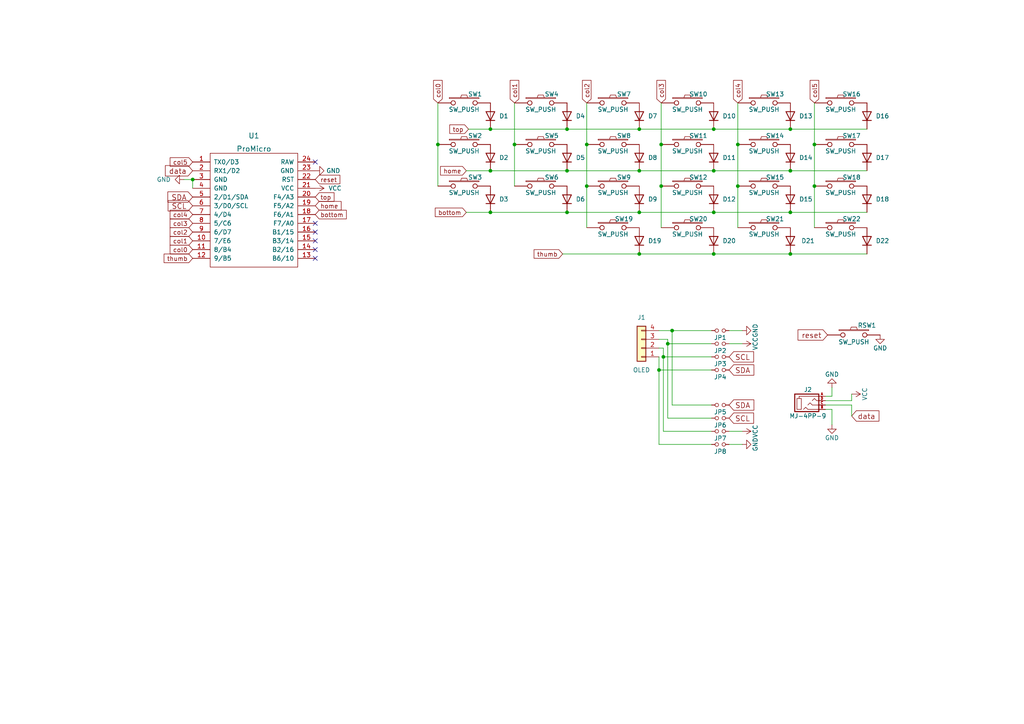
<source format=kicad_sch>
(kicad_sch (version 20211123) (generator eeschema)

  (uuid e151d5f7-a237-49d5-a3bb-c0237880f38b)

  (paper "A4")

  (lib_symbols
    (symbol "Connector_Generic:Conn_01x04" (pin_names (offset 1.016) hide) (in_bom yes) (on_board yes)
      (property "Reference" "J" (id 0) (at 0 5.08 0)
        (effects (font (size 1.27 1.27)))
      )
      (property "Value" "Conn_01x04" (id 1) (at 0 -7.62 0)
        (effects (font (size 1.27 1.27)))
      )
      (property "Footprint" "" (id 2) (at 0 0 0)
        (effects (font (size 1.27 1.27)) hide)
      )
      (property "Datasheet" "~" (id 3) (at 0 0 0)
        (effects (font (size 1.27 1.27)) hide)
      )
      (property "ki_keywords" "connector" (id 4) (at 0 0 0)
        (effects (font (size 1.27 1.27)) hide)
      )
      (property "ki_description" "Generic connector, single row, 01x04, script generated (kicad-library-utils/schlib/autogen/connector/)" (id 5) (at 0 0 0)
        (effects (font (size 1.27 1.27)) hide)
      )
      (property "ki_fp_filters" "Connector*:*_1x??_*" (id 6) (at 0 0 0)
        (effects (font (size 1.27 1.27)) hide)
      )
      (symbol "Conn_01x04_1_1"
        (rectangle (start -1.27 -4.953) (end 0 -5.207)
          (stroke (width 0.1524) (type default) (color 0 0 0 0))
          (fill (type none))
        )
        (rectangle (start -1.27 -2.413) (end 0 -2.667)
          (stroke (width 0.1524) (type default) (color 0 0 0 0))
          (fill (type none))
        )
        (rectangle (start -1.27 0.127) (end 0 -0.127)
          (stroke (width 0.1524) (type default) (color 0 0 0 0))
          (fill (type none))
        )
        (rectangle (start -1.27 2.667) (end 0 2.413)
          (stroke (width 0.1524) (type default) (color 0 0 0 0))
          (fill (type none))
        )
        (rectangle (start -1.27 3.81) (end 1.27 -6.35)
          (stroke (width 0.254) (type default) (color 0 0 0 0))
          (fill (type background))
        )
        (pin passive line (at -5.08 2.54 0) (length 3.81)
          (name "Pin_1" (effects (font (size 1.27 1.27))))
          (number "1" (effects (font (size 1.27 1.27))))
        )
        (pin passive line (at -5.08 0 0) (length 3.81)
          (name "Pin_2" (effects (font (size 1.27 1.27))))
          (number "2" (effects (font (size 1.27 1.27))))
        )
        (pin passive line (at -5.08 -2.54 0) (length 3.81)
          (name "Pin_3" (effects (font (size 1.27 1.27))))
          (number "3" (effects (font (size 1.27 1.27))))
        )
        (pin passive line (at -5.08 -5.08 0) (length 3.81)
          (name "Pin_4" (effects (font (size 1.27 1.27))))
          (number "4" (effects (font (size 1.27 1.27))))
        )
      )
    )
    (symbol "Simulation_SPICE:DIODE" (pin_numbers hide) (pin_names (offset 1.016) hide) (in_bom yes) (on_board yes)
      (property "Reference" "D" (id 0) (at 0 2.54 0)
        (effects (font (size 1.27 1.27)))
      )
      (property "Value" "DIODE" (id 1) (at 0 -2.54 0)
        (effects (font (size 1.27 1.27)))
      )
      (property "Footprint" "" (id 2) (at 0 0 0)
        (effects (font (size 1.27 1.27)) hide)
      )
      (property "Datasheet" "~" (id 3) (at 0 0 0)
        (effects (font (size 1.27 1.27)) hide)
      )
      (property "Spice_Netlist_Enabled" "Y" (id 4) (at 0 0 0)
        (effects (font (size 1.27 1.27)) (justify left) hide)
      )
      (property "Spice_Primitive" "D" (id 5) (at 0 0 0)
        (effects (font (size 1.27 1.27)) (justify left) hide)
      )
      (property "ki_keywords" "simulation" (id 6) (at 0 0 0)
        (effects (font (size 1.27 1.27)) hide)
      )
      (property "ki_description" "Diode, anode on pin 1, for simulation only!" (id 7) (at 0 0 0)
        (effects (font (size 1.27 1.27)) hide)
      )
      (symbol "DIODE_0_1"
        (polyline
          (pts
            (xy 1.27 0)
            (xy -1.27 0)
          )
          (stroke (width 0) (type default) (color 0 0 0 0))
          (fill (type none))
        )
        (polyline
          (pts
            (xy 1.27 1.27)
            (xy 1.27 -1.27)
          )
          (stroke (width 0.254) (type default) (color 0 0 0 0))
          (fill (type none))
        )
        (polyline
          (pts
            (xy -1.27 -1.27)
            (xy -1.27 1.27)
            (xy 1.27 0)
            (xy -1.27 -1.27)
          )
          (stroke (width 0.254) (type default) (color 0 0 0 0))
          (fill (type none))
        )
      )
      (symbol "DIODE_1_1"
        (pin passive line (at -3.81 0 0) (length 2.54)
          (name "A" (effects (font (size 1.27 1.27))))
          (number "1" (effects (font (size 1.27 1.27))))
        )
        (pin passive line (at 3.81 0 180) (length 2.54)
          (name "K" (effects (font (size 1.27 1.27))))
          (number "2" (effects (font (size 1.27 1.27))))
        )
      )
    )
    (symbol "corne-chocolate-rescue:Jumper_NO_Small-Device" (pin_numbers hide) (pin_names (offset 0.762) hide) (in_bom yes) (on_board yes)
      (property "Reference" "JP" (id 0) (at 0 2.032 0)
        (effects (font (size 1.27 1.27)))
      )
      (property "Value" "Jumper_NO_Small-Device" (id 1) (at 0.254 -1.524 0)
        (effects (font (size 1.27 1.27)))
      )
      (property "Footprint" "" (id 2) (at 0 0 0)
        (effects (font (size 1.27 1.27)) hide)
      )
      (property "Datasheet" "" (id 3) (at 0 0 0)
        (effects (font (size 1.27 1.27)) hide)
      )
      (symbol "Jumper_NO_Small-Device_0_1"
        (circle (center -1.016 0) (radius 0.508)
          (stroke (width 0) (type default) (color 0 0 0 0))
          (fill (type none))
        )
        (circle (center 1.016 0) (radius 0.508)
          (stroke (width 0) (type default) (color 0 0 0 0))
          (fill (type none))
        )
        (pin passive line (at -2.54 0 0) (length 1.016)
          (name "1" (effects (font (size 1.27 1.27))))
          (number "1" (effects (font (size 1.27 1.27))))
        )
        (pin passive line (at 2.54 0 180) (length 1.016)
          (name "2" (effects (font (size 1.27 1.27))))
          (number "2" (effects (font (size 1.27 1.27))))
        )
      )
    )
    (symbol "corne-chocolate-rescue:MJ-4PP-9-kbd" (pin_names (offset 1.016)) (in_bom yes) (on_board yes)
      (property "Reference" "J" (id 0) (at 0 3.81 0)
        (effects (font (size 1.27 1.27)))
      )
      (property "Value" "MJ-4PP-9-kbd" (id 1) (at 0 -3.81 0)
        (effects (font (size 1.27 1.27)))
      )
      (property "Footprint" "" (id 2) (at 6.985 4.445 0)
        (effects (font (size 1.27 1.27)) hide)
      )
      (property "Datasheet" "" (id 3) (at 6.985 4.445 0)
        (effects (font (size 1.27 1.27)) hide)
      )
      (symbol "MJ-4PP-9-kbd_0_1"
        (rectangle (start -1.905 -1.905) (end -3.175 1.27)
          (stroke (width 0) (type default) (color 0 0 0 0))
          (fill (type none))
        )
        (polyline
          (pts
            (xy -2.54 1.27)
            (xy -2.54 1.905)
            (xy 3.175 1.905)
          )
          (stroke (width 0) (type default) (color 0 0 0 0))
          (fill (type none))
        )
        (polyline
          (pts
            (xy -1.27 -1.905)
            (xy -0.635 -1.27)
            (xy 0 -1.905)
            (xy 3.175 -1.905)
          )
          (stroke (width 0) (type default) (color 0 0 0 0))
          (fill (type none))
        )
        (polyline
          (pts
            (xy 0 -0.635)
            (xy 0.635 0)
            (xy 1.27 -0.635)
            (xy 3.175 -0.635)
          )
          (stroke (width 0) (type default) (color 0 0 0 0))
          (fill (type none))
        )
        (polyline
          (pts
            (xy 1.27 0.635)
            (xy 1.905 1.27)
            (xy 2.54 0.635)
            (xy 3.175 0.635)
          )
          (stroke (width 0) (type default) (color 0 0 0 0))
          (fill (type none))
        )
        (rectangle (start 3.175 2.54) (end -3.81 -2.54)
          (stroke (width 0.3048) (type default) (color 0 0 0 0))
          (fill (type none))
        )
      )
      (symbol "MJ-4PP-9-kbd_1_1"
        (pin input line (at 5.08 1.905 180) (length 2.0066)
          (name "~" (effects (font (size 0.508 0.508))))
          (number "A" (effects (font (size 0.7112 0.7112))))
        )
        (pin input line (at 5.08 -1.905 180) (length 2.0066)
          (name "~" (effects (font (size 0.508 0.508))))
          (number "B" (effects (font (size 0.7112 0.7112))))
        )
        (pin input line (at 5.08 -0.635 180) (length 2.0066)
          (name "~" (effects (font (size 0.508 0.508))))
          (number "C" (effects (font (size 0.7112 0.7112))))
        )
        (pin input line (at 5.08 0.635 180) (length 2.0066)
          (name "~" (effects (font (size 0.508 0.508))))
          (number "D" (effects (font (size 0.7112 0.7112))))
        )
      )
    )
    (symbol "corne-chocolate-rescue:SW_PUSH-kbd" (pin_numbers hide) (pin_names (offset 1.016) hide) (in_bom yes) (on_board yes)
      (property "Reference" "SW" (id 0) (at 3.81 2.794 0)
        (effects (font (size 1.27 1.27)))
      )
      (property "Value" "SW_PUSH-kbd" (id 1) (at 0 -2.032 0)
        (effects (font (size 1.27 1.27)))
      )
      (property "Footprint" "" (id 2) (at 0 0 0)
        (effects (font (size 1.27 1.27)))
      )
      (property "Datasheet" "" (id 3) (at 0 0 0)
        (effects (font (size 1.27 1.27)))
      )
      (symbol "SW_PUSH-kbd_0_1"
        (rectangle (start -4.318 1.27) (end 4.318 1.524)
          (stroke (width 0) (type default) (color 0 0 0 0))
          (fill (type none))
        )
        (polyline
          (pts
            (xy -1.016 1.524)
            (xy -0.762 2.286)
            (xy 0.762 2.286)
            (xy 1.016 1.524)
          )
          (stroke (width 0) (type default) (color 0 0 0 0))
          (fill (type none))
        )
        (pin passive inverted (at -7.62 0 0) (length 5.08)
          (name "1" (effects (font (size 1.27 1.27))))
          (number "1" (effects (font (size 1.27 1.27))))
        )
        (pin passive inverted (at 7.62 0 180) (length 5.08)
          (name "2" (effects (font (size 1.27 1.27))))
          (number "2" (effects (font (size 1.27 1.27))))
        )
      )
    )
    (symbol "kbd:ProMicro" (pin_names (offset 1.016)) (in_bom yes) (on_board yes)
      (property "Reference" "U" (id 0) (at 0 19.05 0)
        (effects (font (size 1.524 1.524)))
      )
      (property "Value" "ProMicro" (id 1) (at 0 -19.05 0)
        (effects (font (size 1.524 1.524)))
      )
      (property "Footprint" "" (id 2) (at 2.54 -26.67 0)
        (effects (font (size 1.524 1.524)))
      )
      (property "Datasheet" "" (id 3) (at 2.54 -26.67 0)
        (effects (font (size 1.524 1.524)))
      )
      (symbol "ProMicro_0_1"
        (rectangle (start -12.7 16.51) (end 12.7 -16.51)
          (stroke (width 0) (type default) (color 0 0 0 0))
          (fill (type none))
        )
      )
      (symbol "ProMicro_1_1"
        (pin bidirectional line (at -17.78 13.97 0) (length 5.08)
          (name "TX0/D3" (effects (font (size 1.27 1.27))))
          (number "1" (effects (font (size 1.27 1.27))))
        )
        (pin bidirectional line (at -17.78 -8.89 0) (length 5.08)
          (name "7/E6" (effects (font (size 1.27 1.27))))
          (number "10" (effects (font (size 1.27 1.27))))
        )
        (pin bidirectional line (at -17.78 -11.43 0) (length 5.08)
          (name "8/B4" (effects (font (size 1.27 1.27))))
          (number "11" (effects (font (size 1.27 1.27))))
        )
        (pin bidirectional line (at -17.78 -13.97 0) (length 5.08)
          (name "9/B5" (effects (font (size 1.27 1.27))))
          (number "12" (effects (font (size 1.27 1.27))))
        )
        (pin bidirectional line (at 17.78 -13.97 180) (length 5.08)
          (name "B6/10" (effects (font (size 1.27 1.27))))
          (number "13" (effects (font (size 1.27 1.27))))
        )
        (pin bidirectional line (at 17.78 -11.43 180) (length 5.08)
          (name "B2/16" (effects (font (size 1.27 1.27))))
          (number "14" (effects (font (size 1.27 1.27))))
        )
        (pin bidirectional line (at 17.78 -8.89 180) (length 5.08)
          (name "B3/14" (effects (font (size 1.27 1.27))))
          (number "15" (effects (font (size 1.27 1.27))))
        )
        (pin bidirectional line (at 17.78 -6.35 180) (length 5.08)
          (name "B1/15" (effects (font (size 1.27 1.27))))
          (number "16" (effects (font (size 1.27 1.27))))
        )
        (pin bidirectional line (at 17.78 -3.81 180) (length 5.08)
          (name "F7/A0" (effects (font (size 1.27 1.27))))
          (number "17" (effects (font (size 1.27 1.27))))
        )
        (pin bidirectional line (at 17.78 -1.27 180) (length 5.08)
          (name "F6/A1" (effects (font (size 1.27 1.27))))
          (number "18" (effects (font (size 1.27 1.27))))
        )
        (pin bidirectional line (at 17.78 1.27 180) (length 5.08)
          (name "F5/A2" (effects (font (size 1.27 1.27))))
          (number "19" (effects (font (size 1.27 1.27))))
        )
        (pin bidirectional line (at -17.78 11.43 0) (length 5.08)
          (name "RX1/D2" (effects (font (size 1.27 1.27))))
          (number "2" (effects (font (size 1.27 1.27))))
        )
        (pin bidirectional line (at 17.78 3.81 180) (length 5.08)
          (name "F4/A3" (effects (font (size 1.27 1.27))))
          (number "20" (effects (font (size 1.27 1.27))))
        )
        (pin power_in line (at 17.78 6.35 180) (length 5.08)
          (name "VCC" (effects (font (size 1.27 1.27))))
          (number "21" (effects (font (size 1.27 1.27))))
        )
        (pin input line (at 17.78 8.89 180) (length 5.08)
          (name "RST" (effects (font (size 1.27 1.27))))
          (number "22" (effects (font (size 1.27 1.27))))
        )
        (pin power_in line (at 17.78 11.43 180) (length 5.08)
          (name "GND" (effects (font (size 1.27 1.27))))
          (number "23" (effects (font (size 1.27 1.27))))
        )
        (pin power_out line (at 17.78 13.97 180) (length 5.08)
          (name "RAW" (effects (font (size 1.27 1.27))))
          (number "24" (effects (font (size 1.27 1.27))))
        )
        (pin power_in line (at -17.78 8.89 0) (length 5.08)
          (name "GND" (effects (font (size 1.27 1.27))))
          (number "3" (effects (font (size 1.27 1.27))))
        )
        (pin power_in line (at -17.78 6.35 0) (length 5.08)
          (name "GND" (effects (font (size 1.27 1.27))))
          (number "4" (effects (font (size 1.27 1.27))))
        )
        (pin bidirectional line (at -17.78 3.81 0) (length 5.08)
          (name "2/D1/SDA" (effects (font (size 1.27 1.27))))
          (number "5" (effects (font (size 1.27 1.27))))
        )
        (pin bidirectional line (at -17.78 1.27 0) (length 5.08)
          (name "3/D0/SCL" (effects (font (size 1.27 1.27))))
          (number "6" (effects (font (size 1.27 1.27))))
        )
        (pin bidirectional line (at -17.78 -1.27 0) (length 5.08)
          (name "4/D4" (effects (font (size 1.27 1.27))))
          (number "7" (effects (font (size 1.27 1.27))))
        )
        (pin bidirectional line (at -17.78 -3.81 0) (length 5.08)
          (name "5/C6" (effects (font (size 1.27 1.27))))
          (number "8" (effects (font (size 1.27 1.27))))
        )
        (pin bidirectional line (at -17.78 -6.35 0) (length 5.08)
          (name "6/D7" (effects (font (size 1.27 1.27))))
          (number "9" (effects (font (size 1.27 1.27))))
        )
      )
    )
    (symbol "kbd:SW_PUSH" (pin_numbers hide) (pin_names (offset 1.016) hide) (in_bom yes) (on_board yes)
      (property "Reference" "SW" (id 0) (at 3.81 2.794 0)
        (effects (font (size 1.27 1.27)))
      )
      (property "Value" "SW_PUSH" (id 1) (at 0 -2.032 0)
        (effects (font (size 1.27 1.27)))
      )
      (property "Footprint" "" (id 2) (at 0 0 0)
        (effects (font (size 1.27 1.27)))
      )
      (property "Datasheet" "" (id 3) (at 0 0 0)
        (effects (font (size 1.27 1.27)))
      )
      (symbol "SW_PUSH_0_1"
        (rectangle (start -4.318 1.27) (end 4.318 1.524)
          (stroke (width 0) (type default) (color 0 0 0 0))
          (fill (type none))
        )
        (polyline
          (pts
            (xy -1.016 1.524)
            (xy -0.762 2.286)
            (xy 0.762 2.286)
            (xy 1.016 1.524)
          )
          (stroke (width 0) (type default) (color 0 0 0 0))
          (fill (type none))
        )
        (pin passive inverted (at -7.62 0 0) (length 5.08)
          (name "1" (effects (font (size 1.27 1.27))))
          (number "1" (effects (font (size 1.27 1.27))))
        )
        (pin passive inverted (at 7.62 0 180) (length 5.08)
          (name "2" (effects (font (size 1.27 1.27))))
          (number "2" (effects (font (size 1.27 1.27))))
        )
      )
    )
    (symbol "power:GND" (power) (pin_names (offset 0)) (in_bom yes) (on_board yes)
      (property "Reference" "#PWR" (id 0) (at 0 -6.35 0)
        (effects (font (size 1.27 1.27)) hide)
      )
      (property "Value" "GND" (id 1) (at 0 -3.81 0)
        (effects (font (size 1.27 1.27)))
      )
      (property "Footprint" "" (id 2) (at 0 0 0)
        (effects (font (size 1.27 1.27)) hide)
      )
      (property "Datasheet" "" (id 3) (at 0 0 0)
        (effects (font (size 1.27 1.27)) hide)
      )
      (property "ki_keywords" "power-flag" (id 4) (at 0 0 0)
        (effects (font (size 1.27 1.27)) hide)
      )
      (property "ki_description" "Power symbol creates a global label with name \"GND\" , ground" (id 5) (at 0 0 0)
        (effects (font (size 1.27 1.27)) hide)
      )
      (symbol "GND_0_1"
        (polyline
          (pts
            (xy 0 0)
            (xy 0 -1.27)
            (xy 1.27 -1.27)
            (xy 0 -2.54)
            (xy -1.27 -1.27)
            (xy 0 -1.27)
          )
          (stroke (width 0) (type default) (color 0 0 0 0))
          (fill (type none))
        )
      )
      (symbol "GND_1_1"
        (pin power_in line (at 0 0 270) (length 0) hide
          (name "GND" (effects (font (size 1.27 1.27))))
          (number "1" (effects (font (size 1.27 1.27))))
        )
      )
    )
    (symbol "power:VCC" (power) (pin_names (offset 0)) (in_bom yes) (on_board yes)
      (property "Reference" "#PWR" (id 0) (at 0 -3.81 0)
        (effects (font (size 1.27 1.27)) hide)
      )
      (property "Value" "VCC" (id 1) (at 0 3.81 0)
        (effects (font (size 1.27 1.27)))
      )
      (property "Footprint" "" (id 2) (at 0 0 0)
        (effects (font (size 1.27 1.27)) hide)
      )
      (property "Datasheet" "" (id 3) (at 0 0 0)
        (effects (font (size 1.27 1.27)) hide)
      )
      (property "ki_keywords" "power-flag" (id 4) (at 0 0 0)
        (effects (font (size 1.27 1.27)) hide)
      )
      (property "ki_description" "Power symbol creates a global label with name \"VCC\"" (id 5) (at 0 0 0)
        (effects (font (size 1.27 1.27)) hide)
      )
      (symbol "VCC_0_1"
        (polyline
          (pts
            (xy -0.762 1.27)
            (xy 0 2.54)
          )
          (stroke (width 0) (type default) (color 0 0 0 0))
          (fill (type none))
        )
        (polyline
          (pts
            (xy 0 0)
            (xy 0 2.54)
          )
          (stroke (width 0) (type default) (color 0 0 0 0))
          (fill (type none))
        )
        (polyline
          (pts
            (xy 0 2.54)
            (xy 0.762 1.27)
          )
          (stroke (width 0) (type default) (color 0 0 0 0))
          (fill (type none))
        )
      )
      (symbol "VCC_1_1"
        (pin power_in line (at 0 0 90) (length 0) hide
          (name "VCC" (effects (font (size 1.27 1.27))))
          (number "1" (effects (font (size 1.27 1.27))))
        )
      )
    )
  )

  (junction (at 191.77 53.975) (diameter 0) (color 0 0 0 0)
    (uuid 01149186-76a3-4ddd-9590-a611a3129c04)
  )
  (junction (at 191.77 41.91) (diameter 0) (color 0 0 0 0)
    (uuid 01ef2b0a-ff38-47c5-a9f6-e12c5fc315ff)
  )
  (junction (at 170.18 53.975) (diameter 0) (color 0 0 0 0)
    (uuid 0fe66415-4543-46cd-b1a1-d3125b825466)
  )
  (junction (at 207.01 49.53) (diameter 0) (color 0 0 0 0)
    (uuid 101ad61e-0758-4725-b07d-1e7068ae047d)
  )
  (junction (at 207.01 73.66) (diameter 0) (color 0 0 0 0)
    (uuid 12b30823-6b9b-478c-9801-05cbf32c8503)
  )
  (junction (at 229.235 37.465) (diameter 0) (color 0 0 0 0)
    (uuid 2f5dc307-5d6c-44b8-926d-76381a5d4dbd)
  )
  (junction (at 185.42 49.53) (diameter 0) (color 0 0 0 0)
    (uuid 36f35f1e-9ca3-436b-9bf6-91844bae449d)
  )
  (junction (at 185.42 37.465) (diameter 0) (color 0 0 0 0)
    (uuid 39bcc9a6-1c32-423c-97f7-dcbe2c3e4f67)
  )
  (junction (at 229.235 61.595) (diameter 0) (color 0 0 0 0)
    (uuid 3ea1f9e6-d96b-472a-a955-a45f6274f37f)
  )
  (junction (at 192.405 103.505) (diameter 0) (color 0 0 0 0)
    (uuid 55e1ab9c-6fe2-4700-ba38-4db123d5a1fb)
  )
  (junction (at 185.42 73.66) (diameter 0) (color 0 0 0 0)
    (uuid 622535db-7ad4-42e2-9e5f-375b4e28d1f4)
  )
  (junction (at 229.235 73.66) (diameter 0) (color 0 0 0 0)
    (uuid 7a360319-63c8-4ffb-be0a-02213db7c295)
  )
  (junction (at 127 41.91) (diameter 0) (color 0 0 0 0)
    (uuid 7ba7160e-09de-4536-9189-9bb3afa57019)
  )
  (junction (at 55.88 52.07) (diameter 0) (color 0 0 0 0)
    (uuid 84d45caf-cb62-4799-baed-6d0a6a75f123)
  )
  (junction (at 164.465 61.595) (diameter 0) (color 0 0 0 0)
    (uuid 872d60ce-7924-46f9-9343-82ce7c437c68)
  )
  (junction (at 213.995 53.975) (diameter 0) (color 0 0 0 0)
    (uuid 87f9b5f9-ab93-41c6-ac95-a77c523565b8)
  )
  (junction (at 229.235 49.53) (diameter 0) (color 0 0 0 0)
    (uuid 8c73f38e-5e98-4532-a22b-afac9fcf9113)
  )
  (junction (at 194.945 95.885) (diameter 0) (color 0 0 0 0)
    (uuid 8d25b9b7-412e-4a27-96e1-fabf77fc5909)
  )
  (junction (at 142.24 61.595) (diameter 0) (color 0 0 0 0)
    (uuid 90ed45ab-6640-418f-997f-4ceb0861fbf7)
  )
  (junction (at 207.01 37.465) (diameter 0) (color 0 0 0 0)
    (uuid 9359a894-187c-4a77-a051-3f0eec52ebf3)
  )
  (junction (at 149.225 41.91) (diameter 0) (color 0 0 0 0)
    (uuid 995f5f15-f8e6-40a4-8bea-d4ab23ca6ebb)
  )
  (junction (at 170.18 41.91) (diameter 0) (color 0 0 0 0)
    (uuid 9c14eba3-9b9b-4532-adac-b0bb4bcd00e5)
  )
  (junction (at 191.135 107.315) (diameter 0) (color 0 0 0 0)
    (uuid a169e1d4-32f2-4fc5-9507-3399c403656b)
  )
  (junction (at 207.01 61.595) (diameter 0) (color 0 0 0 0)
    (uuid a9acf7f1-1c89-45d1-984d-c999b746d2a1)
  )
  (junction (at 213.995 41.91) (diameter 0) (color 0 0 0 0)
    (uuid bc924627-e05e-49b3-851a-c2ee97554e5d)
  )
  (junction (at 236.22 53.975) (diameter 0) (color 0 0 0 0)
    (uuid c1dcc2da-af5b-42b0-8ff8-31a6d15bb17d)
  )
  (junction (at 142.24 49.53) (diameter 0) (color 0 0 0 0)
    (uuid c7dd70af-a7b0-4ef1-bdf7-0646b21f3ac4)
  )
  (junction (at 164.465 49.53) (diameter 0) (color 0 0 0 0)
    (uuid c8270c6e-f412-4ca4-b2f2-e16e8c1cf292)
  )
  (junction (at 185.42 61.595) (diameter 0) (color 0 0 0 0)
    (uuid d395d9e2-91e6-4aa1-9507-d6e4040c6ab4)
  )
  (junction (at 193.675 99.695) (diameter 0) (color 0 0 0 0)
    (uuid d762e348-7039-4e85-94e0-325d6bafe95f)
  )
  (junction (at 236.22 41.91) (diameter 0) (color 0 0 0 0)
    (uuid e4660177-aeab-42da-b574-7f4836307748)
  )
  (junction (at 164.465 37.465) (diameter 0) (color 0 0 0 0)
    (uuid e6a8e663-2881-4eb8-bf80-cd7cb2fcb198)
  )
  (junction (at 142.24 37.465) (diameter 0) (color 0 0 0 0)
    (uuid ee4a33ab-e15e-45ed-83f0-02dc6bf77f06)
  )

  (no_connect (at 91.44 74.93) (uuid 4dfe9881-8f21-4e5a-8526-4ed6a84b7dd5))
  (no_connect (at 91.44 67.31) (uuid 9ac2b981-ebfd-40ff-ae22-558b19c4d4c3))
  (no_connect (at 91.44 46.99) (uuid bfe788d8-27b0-488b-859a-77736e1a5730))
  (no_connect (at 91.44 72.39) (uuid c276d6e2-01e4-4883-99f5-4f6d5ed26cb0))
  (no_connect (at 91.44 69.85) (uuid d9ee0a06-bf36-435c-bb68-d51cd6ace97b))
  (no_connect (at 91.44 64.77) (uuid dbd400f0-89ce-486a-a80b-9a5e139c6cbc))

  (wire (pts (xy 229.235 49.53) (xy 251.46 49.53))
    (stroke (width 0) (type default) (color 0 0 0 0))
    (uuid 0be34185-aeef-4bcc-a996-0227c9aba3d5)
  )
  (wire (pts (xy 191.77 41.91) (xy 191.77 53.975))
    (stroke (width 0) (type default) (color 0 0 0 0))
    (uuid 0e45c223-f20c-4d99-878b-f1663643fda1)
  )
  (wire (pts (xy 170.18 41.91) (xy 170.18 53.975))
    (stroke (width 0) (type default) (color 0 0 0 0))
    (uuid 1002e99d-3ef8-4b9d-b4ad-46838a410226)
  )
  (wire (pts (xy 194.945 95.885) (xy 206.375 95.885))
    (stroke (width 0) (type default) (color 0 0 0 0))
    (uuid 10519170-62df-4965-b97b-18bd5075ddf8)
  )
  (wire (pts (xy 163.195 73.66) (xy 185.42 73.66))
    (stroke (width 0) (type default) (color 0 0 0 0))
    (uuid 113c7f53-49da-443a-be6a-c6d4ce90ccab)
  )
  (wire (pts (xy 206.375 103.505) (xy 192.405 103.505))
    (stroke (width 0) (type default) (color 0 0 0 0))
    (uuid 1a1d3906-c65a-4434-97a2-021e625fccfe)
  )
  (wire (pts (xy 247.015 117.475) (xy 247.015 120.65))
    (stroke (width 0) (type default) (color 0 0 0 0))
    (uuid 1bcb9cb3-6622-430c-995b-16a9cf88f795)
  )
  (wire (pts (xy 193.675 121.285) (xy 206.375 121.285))
    (stroke (width 0) (type default) (color 0 0 0 0))
    (uuid 1c8af1ab-5db0-491d-bfa7-b798a8b16296)
  )
  (wire (pts (xy 193.675 98.425) (xy 193.675 99.695))
    (stroke (width 0) (type default) (color 0 0 0 0))
    (uuid 2339567d-5fb8-405f-a512-a2c708fddf70)
  )
  (wire (pts (xy 241.3 118.745) (xy 241.3 123.19))
    (stroke (width 0) (type default) (color 0 0 0 0))
    (uuid 2404d2b8-eadb-437f-9e13-bb73b9ddaa84)
  )
  (wire (pts (xy 192.405 125.095) (xy 206.375 125.095))
    (stroke (width 0) (type default) (color 0 0 0 0))
    (uuid 25ba46ae-ab33-4a64-82c1-447fb907573b)
  )
  (wire (pts (xy 135.89 37.465) (xy 142.24 37.465))
    (stroke (width 0) (type default) (color 0 0 0 0))
    (uuid 284928b0-f7f5-4393-b9d9-e63410f4432c)
  )
  (wire (pts (xy 185.42 61.595) (xy 207.01 61.595))
    (stroke (width 0) (type default) (color 0 0 0 0))
    (uuid 29554282-669a-4064-b3b2-2f1cb5daf713)
  )
  (wire (pts (xy 211.455 125.095) (xy 215.265 125.095))
    (stroke (width 0) (type default) (color 0 0 0 0))
    (uuid 2a99362b-8abc-41f2-ab3d-918745bbb979)
  )
  (wire (pts (xy 135.255 49.53) (xy 142.24 49.53))
    (stroke (width 0) (type default) (color 0 0 0 0))
    (uuid 2b08853d-63a5-44ec-922d-3ec17120bbfb)
  )
  (wire (pts (xy 236.22 53.975) (xy 236.22 66.04))
    (stroke (width 0) (type default) (color 0 0 0 0))
    (uuid 2d8d1084-c9e4-483a-87b0-c5d786fe718f)
  )
  (wire (pts (xy 53.34 52.07) (xy 55.88 52.07))
    (stroke (width 0) (type default) (color 0 0 0 0))
    (uuid 35fc6a5c-f980-42f9-b988-32ab0e59fe29)
  )
  (wire (pts (xy 193.675 99.695) (xy 193.675 121.285))
    (stroke (width 0) (type default) (color 0 0 0 0))
    (uuid 38d0b163-042a-4334-aeb4-2df950e61262)
  )
  (wire (pts (xy 127 29.845) (xy 127 41.91))
    (stroke (width 0) (type default) (color 0 0 0 0))
    (uuid 3d884145-4b01-4849-8d7f-a90f05bb5df8)
  )
  (wire (pts (xy 192.405 103.505) (xy 192.405 125.095))
    (stroke (width 0) (type default) (color 0 0 0 0))
    (uuid 4401c208-49b1-45b3-8acf-01cec1d0bcfa)
  )
  (wire (pts (xy 229.235 73.66) (xy 251.46 73.66))
    (stroke (width 0) (type default) (color 0 0 0 0))
    (uuid 4bf25c55-283c-4533-8a2a-a51e8347f084)
  )
  (wire (pts (xy 213.995 41.91) (xy 213.995 53.975))
    (stroke (width 0) (type default) (color 0 0 0 0))
    (uuid 4c1637dd-3a87-4e20-b972-7331d6b16355)
  )
  (wire (pts (xy 191.77 29.845) (xy 191.77 41.91))
    (stroke (width 0) (type default) (color 0 0 0 0))
    (uuid 4db6e03f-7097-41d0-92b2-208b73951b2e)
  )
  (wire (pts (xy 211.455 95.885) (xy 215.265 95.885))
    (stroke (width 0) (type default) (color 0 0 0 0))
    (uuid 4fd58714-2594-4a92-898c-d0371d6c358d)
  )
  (wire (pts (xy 229.235 61.595) (xy 251.46 61.595))
    (stroke (width 0) (type default) (color 0 0 0 0))
    (uuid 5331beff-3380-49d0-a9ce-a19ed9981d44)
  )
  (wire (pts (xy 191.135 107.315) (xy 191.135 128.905))
    (stroke (width 0) (type default) (color 0 0 0 0))
    (uuid 55b96497-81b4-46b8-ab9f-f39b0eda7c89)
  )
  (wire (pts (xy 164.465 49.53) (xy 185.42 49.53))
    (stroke (width 0) (type default) (color 0 0 0 0))
    (uuid 5609db3d-43e9-4bf2-bfdc-f044ba4ebdd6)
  )
  (wire (pts (xy 213.995 53.975) (xy 213.995 66.04))
    (stroke (width 0) (type default) (color 0 0 0 0))
    (uuid 5a7a1df2-68c1-47a0-ae52-4d0b05b448e1)
  )
  (wire (pts (xy 241.3 114.935) (xy 239.395 114.935))
    (stroke (width 0) (type default) (color 0 0 0 0))
    (uuid 5acdddf7-c092-4947-a25f-ef302767bbbc)
  )
  (wire (pts (xy 206.375 107.315) (xy 191.135 107.315))
    (stroke (width 0) (type default) (color 0 0 0 0))
    (uuid 668ca004-76f9-45ce-8339-22b062dca4d7)
  )
  (wire (pts (xy 211.455 99.695) (xy 215.265 99.695))
    (stroke (width 0) (type default) (color 0 0 0 0))
    (uuid 69a2a662-ea45-4ed2-bb5e-6a7e1ab98f47)
  )
  (wire (pts (xy 213.995 29.845) (xy 213.995 41.91))
    (stroke (width 0) (type default) (color 0 0 0 0))
    (uuid 6beaffcf-d161-4723-a3a1-505afbd4ccbf)
  )
  (wire (pts (xy 142.24 49.53) (xy 164.465 49.53))
    (stroke (width 0) (type default) (color 0 0 0 0))
    (uuid 7022254a-70e9-4f87-9e8b-7e65aa66f66e)
  )
  (wire (pts (xy 191.135 128.905) (xy 206.375 128.905))
    (stroke (width 0) (type default) (color 0 0 0 0))
    (uuid 71bc0c9a-aea7-4397-b7ea-7a6746e25ecf)
  )
  (wire (pts (xy 211.455 128.905) (xy 215.265 128.905))
    (stroke (width 0) (type default) (color 0 0 0 0))
    (uuid 72db6db7-ee80-4ea0-920a-5ef59563524d)
  )
  (wire (pts (xy 170.18 29.845) (xy 170.18 41.91))
    (stroke (width 0) (type default) (color 0 0 0 0))
    (uuid 740231c2-8a8a-451e-8751-8d453a9a71fb)
  )
  (wire (pts (xy 247.015 116.205) (xy 247.015 114.3))
    (stroke (width 0) (type default) (color 0 0 0 0))
    (uuid 75151274-6059-490d-bc97-d092c16ce37d)
  )
  (wire (pts (xy 185.42 73.66) (xy 207.01 73.66))
    (stroke (width 0) (type default) (color 0 0 0 0))
    (uuid 76fe33d4-1e16-4b35-b1e5-cf61a2330d61)
  )
  (wire (pts (xy 191.77 53.975) (xy 191.77 66.04))
    (stroke (width 0) (type default) (color 0 0 0 0))
    (uuid 7d4816cf-915c-4423-bc57-4d7e12c99baf)
  )
  (wire (pts (xy 142.24 37.465) (xy 164.465 37.465))
    (stroke (width 0) (type default) (color 0 0 0 0))
    (uuid 827479d1-803a-44c3-924e-7587686f7eda)
  )
  (wire (pts (xy 149.225 29.845) (xy 149.225 41.91))
    (stroke (width 0) (type default) (color 0 0 0 0))
    (uuid 837e5c99-36b8-4737-8dc6-ca7e5c5bb2a0)
  )
  (wire (pts (xy 127 41.91) (xy 127 53.975))
    (stroke (width 0) (type default) (color 0 0 0 0))
    (uuid 84069af4-23e7-4a3c-b2cf-d153c4c80188)
  )
  (wire (pts (xy 207.01 73.66) (xy 229.235 73.66))
    (stroke (width 0) (type default) (color 0 0 0 0))
    (uuid 853b41d1-9060-450f-acb9-c049fc4dddbb)
  )
  (wire (pts (xy 239.395 117.475) (xy 247.015 117.475))
    (stroke (width 0) (type default) (color 0 0 0 0))
    (uuid 8649c60a-0987-414a-8c40-f7406e158143)
  )
  (wire (pts (xy 170.18 53.975) (xy 170.18 66.04))
    (stroke (width 0) (type default) (color 0 0 0 0))
    (uuid 888b6898-eecc-40d1-ba8e-bb66fbe78acc)
  )
  (wire (pts (xy 164.465 37.465) (xy 185.42 37.465))
    (stroke (width 0) (type default) (color 0 0 0 0))
    (uuid 8d2a326b-d49f-4f69-9b8f-f68fe7ae7464)
  )
  (wire (pts (xy 135.255 61.595) (xy 142.24 61.595))
    (stroke (width 0) (type default) (color 0 0 0 0))
    (uuid 8db7013c-52a7-4d29-a5e4-c646e6ed178c)
  )
  (wire (pts (xy 239.395 118.745) (xy 241.3 118.745))
    (stroke (width 0) (type default) (color 0 0 0 0))
    (uuid 8dbb42db-78b6-44ff-8f29-77dec2959fc1)
  )
  (wire (pts (xy 236.22 29.845) (xy 236.22 41.91))
    (stroke (width 0) (type default) (color 0 0 0 0))
    (uuid 91148835-e514-4b1e-9be3-830737aac115)
  )
  (wire (pts (xy 206.375 99.695) (xy 193.675 99.695))
    (stroke (width 0) (type default) (color 0 0 0 0))
    (uuid 93e72bae-387d-4b3d-a54c-1b11763006a1)
  )
  (wire (pts (xy 194.945 117.475) (xy 206.375 117.475))
    (stroke (width 0) (type default) (color 0 0 0 0))
    (uuid 963218be-fad4-4806-9d27-9c23294e7197)
  )
  (wire (pts (xy 229.235 37.465) (xy 251.46 37.465))
    (stroke (width 0) (type default) (color 0 0 0 0))
    (uuid 9ad2348f-49af-4566-86e8-fbb07f7a25ab)
  )
  (wire (pts (xy 241.3 112.395) (xy 241.3 114.935))
    (stroke (width 0) (type default) (color 0 0 0 0))
    (uuid 9c79b029-6922-41be-81fa-75d5b433aa05)
  )
  (wire (pts (xy 192.405 100.965) (xy 192.405 103.505))
    (stroke (width 0) (type default) (color 0 0 0 0))
    (uuid b1a27095-208f-4214-af0a-66f9503e87e7)
  )
  (wire (pts (xy 185.42 37.465) (xy 207.01 37.465))
    (stroke (width 0) (type default) (color 0 0 0 0))
    (uuid b280601f-2768-45f7-b8a1-57176c1e6c9f)
  )
  (wire (pts (xy 236.22 41.91) (xy 236.22 53.975))
    (stroke (width 0) (type default) (color 0 0 0 0))
    (uuid b3a33571-77cd-4f72-b5bd-b54766645e0f)
  )
  (wire (pts (xy 207.01 37.465) (xy 229.235 37.465))
    (stroke (width 0) (type default) (color 0 0 0 0))
    (uuid b4adec2d-917e-4d52-8231-039aa46d983e)
  )
  (wire (pts (xy 191.135 103.505) (xy 191.135 107.315))
    (stroke (width 0) (type default) (color 0 0 0 0))
    (uuid b5019228-a5dd-4354-88a1-207633cee68b)
  )
  (wire (pts (xy 207.01 49.53) (xy 229.235 49.53))
    (stroke (width 0) (type default) (color 0 0 0 0))
    (uuid c439a3d0-4852-420f-9726-83656d99ee81)
  )
  (wire (pts (xy 149.225 41.91) (xy 149.225 53.975))
    (stroke (width 0) (type default) (color 0 0 0 0))
    (uuid cbe3feaf-e442-4b24-b638-913cb4dc730c)
  )
  (wire (pts (xy 239.395 116.205) (xy 247.015 116.205))
    (stroke (width 0) (type default) (color 0 0 0 0))
    (uuid cdc7a7b4-8872-48dd-b9b4-bf5ab5b2fae5)
  )
  (wire (pts (xy 55.88 52.07) (xy 55.88 54.61))
    (stroke (width 0) (type default) (color 0 0 0 0))
    (uuid d07a9a3a-a2ea-47be-89af-41e18920ff9d)
  )
  (wire (pts (xy 191.135 95.885) (xy 194.945 95.885))
    (stroke (width 0) (type default) (color 0 0 0 0))
    (uuid d2051250-3fdc-458c-a0dc-614cd24a3949)
  )
  (wire (pts (xy 191.135 98.425) (xy 193.675 98.425))
    (stroke (width 0) (type default) (color 0 0 0 0))
    (uuid d6bc5421-9ac0-4b60-ad41-10a68ab6fad7)
  )
  (wire (pts (xy 207.01 61.595) (xy 229.235 61.595))
    (stroke (width 0) (type default) (color 0 0 0 0))
    (uuid d9636ef9-bbab-438d-acda-d211838771ec)
  )
  (wire (pts (xy 191.135 100.965) (xy 192.405 100.965))
    (stroke (width 0) (type default) (color 0 0 0 0))
    (uuid d9fb7541-5fea-47a5-a3d3-b809a684d8eb)
  )
  (wire (pts (xy 164.465 61.595) (xy 185.42 61.595))
    (stroke (width 0) (type default) (color 0 0 0 0))
    (uuid dd8691e1-4806-40fc-95be-f9efc5f9e2f1)
  )
  (wire (pts (xy 185.42 49.53) (xy 207.01 49.53))
    (stroke (width 0) (type default) (color 0 0 0 0))
    (uuid e8a75dca-499c-4370-9421-150b4a2668b9)
  )
  (wire (pts (xy 194.945 95.885) (xy 194.945 117.475))
    (stroke (width 0) (type default) (color 0 0 0 0))
    (uuid ebbe0f72-51e7-4560-822a-9518ae327982)
  )
  (wire (pts (xy 142.24 61.595) (xy 164.465 61.595))
    (stroke (width 0) (type default) (color 0 0 0 0))
    (uuid ebddeb44-8993-45a3-a4b6-b3ff84e926c7)
  )

  (global_label "data" (shape input) (at 55.88 49.53 180) (fields_autoplaced)
    (effects (font (size 1.524 1.524)) (justify right))
    (uuid 0770782c-dcd9-4869-887b-91ff487db410)
    (property "Intersheet References" "${INTERSHEET_REFS}" (id 0) (at 154.94 135.255 0)
      (effects (font (size 1.27 1.27)) hide)
    )
  )
  (global_label "SCL" (shape input) (at 211.455 103.505 0) (fields_autoplaced)
    (effects (font (size 1.524 1.524)) (justify left))
    (uuid 0fdd4350-b3b6-4791-86ff-ef8e05471669)
    (property "Intersheet References" "${INTERSHEET_REFS}" (id 0) (at 156.845 -13.335 0)
      (effects (font (size 1.27 1.27)) hide)
    )
  )
  (global_label "thumb" (shape input) (at 55.88 74.93 180) (fields_autoplaced)
    (effects (font (size 1.27 1.27)) (justify right))
    (uuid 1521c80b-d79d-4844-a340-60b507a73027)
    (property "Intersheet References" "${INTERSHEET_REFS}" (id 0) (at 47.6007 74.8506 0)
      (effects (font (size 1.27 1.27)) (justify right) hide)
    )
  )
  (global_label "col0" (shape input) (at 55.88 72.39 180) (fields_autoplaced)
    (effects (font (size 1.27 1.27)) (justify right))
    (uuid 155ddb6f-a75f-4d6d-b704-c05fe1d05783)
    (property "Intersheet References" "${INTERSHEET_REFS}" (id 0) (at 49.3545 72.4694 0)
      (effects (font (size 1.27 1.27)) (justify right) hide)
    )
  )
  (global_label "SDA" (shape input) (at 55.88 57.15 180) (fields_autoplaced)
    (effects (font (size 1.524 1.524)) (justify right))
    (uuid 1becb803-d4ef-4779-94c1-5956c3f164e6)
    (property "Intersheet References" "${INTERSHEET_REFS}" (id 0) (at 110.49 177.8 0)
      (effects (font (size 1.27 1.27)) hide)
    )
  )
  (global_label "bottom" (shape input) (at 91.44 62.23 0) (fields_autoplaced)
    (effects (font (size 1.27 1.27)) (justify left))
    (uuid 43a87574-6c03-4b85-8fee-fa38d6d32819)
    (property "Intersheet References" "${INTERSHEET_REFS}" (id 0) (at 100.445 62.3094 0)
      (effects (font (size 1.27 1.27)) (justify left) hide)
    )
  )
  (global_label "col5" (shape input) (at 236.22 29.845 90) (fields_autoplaced)
    (effects (font (size 1.27 1.27)) (justify left))
    (uuid 45090ac5-0c4d-4dc6-85fb-3257d4b9162e)
    (property "Intersheet References" "${INTERSHEET_REFS}" (id 0) (at 236.1406 23.3195 90)
      (effects (font (size 1.27 1.27)) (justify left) hide)
    )
  )
  (global_label "col5" (shape input) (at 55.88 46.99 180) (fields_autoplaced)
    (effects (font (size 1.27 1.27)) (justify right))
    (uuid 5abe17a7-81d3-471a-8109-2f147165784f)
    (property "Intersheet References" "${INTERSHEET_REFS}" (id 0) (at 49.3545 47.0694 0)
      (effects (font (size 1.27 1.27)) (justify right) hide)
    )
  )
  (global_label "top" (shape input) (at 135.89 37.465 180) (fields_autoplaced)
    (effects (font (size 1.27 1.27)) (justify right))
    (uuid 7df0556c-acb8-4308-990a-a1cf2066d36e)
    (property "Intersheet References" "${INTERSHEET_REFS}" (id 0) (at 130.4531 37.3856 0)
      (effects (font (size 1.27 1.27)) (justify right) hide)
    )
  )
  (global_label "col4" (shape input) (at 213.995 29.845 90) (fields_autoplaced)
    (effects (font (size 1.27 1.27)) (justify left))
    (uuid 88731369-10d5-4eb4-8f5b-7d019c1d25a1)
    (property "Intersheet References" "${INTERSHEET_REFS}" (id 0) (at 213.9156 23.3195 90)
      (effects (font (size 1.27 1.27)) (justify left) hide)
    )
  )
  (global_label "col3" (shape input) (at 55.88 64.77 180) (fields_autoplaced)
    (effects (font (size 1.27 1.27)) (justify right))
    (uuid 952090c3-6327-4f5a-a858-f8c59141614e)
    (property "Intersheet References" "${INTERSHEET_REFS}" (id 0) (at 49.3545 64.8494 0)
      (effects (font (size 1.27 1.27)) (justify right) hide)
    )
  )
  (global_label "data" (shape input) (at 247.015 120.65 0) (fields_autoplaced)
    (effects (font (size 1.524 1.524)) (justify left))
    (uuid 9fdcef5e-e405-418c-9fd9-3bc1a22a3508)
    (property "Intersheet References" "${INTERSHEET_REFS}" (id 0) (at 147.955 34.925 0)
      (effects (font (size 1.27 1.27)) hide)
    )
  )
  (global_label "col3" (shape input) (at 191.77 29.845 90) (fields_autoplaced)
    (effects (font (size 1.27 1.27)) (justify left))
    (uuid a2516278-2e6b-4152-8011-b772e946999b)
    (property "Intersheet References" "${INTERSHEET_REFS}" (id 0) (at 191.6906 23.3195 90)
      (effects (font (size 1.27 1.27)) (justify left) hide)
    )
  )
  (global_label "SCL" (shape input) (at 55.88 59.69 180) (fields_autoplaced)
    (effects (font (size 1.524 1.524)) (justify right))
    (uuid a433d260-07ee-493b-80b3-3861aecdb6b9)
    (property "Intersheet References" "${INTERSHEET_REFS}" (id 0) (at 110.49 176.53 0)
      (effects (font (size 1.27 1.27)) hide)
    )
  )
  (global_label "col1" (shape input) (at 55.88 69.85 180) (fields_autoplaced)
    (effects (font (size 1.27 1.27)) (justify right))
    (uuid a5e4f347-0f0b-4d58-9279-20f88b27b271)
    (property "Intersheet References" "${INTERSHEET_REFS}" (id 0) (at 49.3545 69.9294 0)
      (effects (font (size 1.27 1.27)) (justify right) hide)
    )
  )
  (global_label "bottom" (shape input) (at 135.255 61.595 180) (fields_autoplaced)
    (effects (font (size 1.27 1.27)) (justify right))
    (uuid bd94495d-eb7f-41f6-97e3-854ea6f79087)
    (property "Intersheet References" "${INTERSHEET_REFS}" (id 0) (at 126.25 61.5156 0)
      (effects (font (size 1.27 1.27)) (justify right) hide)
    )
  )
  (global_label "reset" (shape input) (at 91.44 52.07 0) (fields_autoplaced)
    (effects (font (size 1.27 1.27)) (justify left))
    (uuid c01fde9c-bddb-4f37-a3b9-11a5b76ca25b)
    (property "Intersheet References" "${INTERSHEET_REFS}" (id 0) (at 98.5702 51.9906 0)
      (effects (font (size 1.27 1.27)) (justify left) hide)
    )
  )
  (global_label "col0" (shape input) (at 127 29.845 90) (fields_autoplaced)
    (effects (font (size 1.27 1.27)) (justify left))
    (uuid c3407b6e-78fc-4f55-b3df-9330b7aa79d4)
    (property "Intersheet References" "${INTERSHEET_REFS}" (id 0) (at 126.9206 23.3195 90)
      (effects (font (size 1.27 1.27)) (justify left) hide)
    )
  )
  (global_label "col2" (shape input) (at 170.18 29.845 90) (fields_autoplaced)
    (effects (font (size 1.27 1.27)) (justify left))
    (uuid c8023b67-bc01-4794-911f-3b47bfbf5339)
    (property "Intersheet References" "${INTERSHEET_REFS}" (id 0) (at 170.1006 23.3195 90)
      (effects (font (size 1.27 1.27)) (justify left) hide)
    )
  )
  (global_label "SCL" (shape input) (at 211.455 121.285 0) (fields_autoplaced)
    (effects (font (size 1.524 1.524)) (justify left))
    (uuid d185074b-a0b2-4dfc-8148-d07f8f76639f)
    (property "Intersheet References" "${INTERSHEET_REFS}" (id 0) (at 156.845 -13.335 0)
      (effects (font (size 1.27 1.27)) hide)
    )
  )
  (global_label "reset" (shape input) (at 240.03 97.155 180) (fields_autoplaced)
    (effects (font (size 1.524 1.524)) (justify right))
    (uuid e594207c-8709-4e4b-b2ca-96081287dbd3)
    (property "Intersheet References" "${INTERSHEET_REFS}" (id 0) (at 205.74 13.335 0)
      (effects (font (size 1.27 1.27)) hide)
    )
  )
  (global_label "col2" (shape input) (at 55.88 67.31 180) (fields_autoplaced)
    (effects (font (size 1.27 1.27)) (justify right))
    (uuid e6d96fe2-6728-47a6-a71b-71c879cb8076)
    (property "Intersheet References" "${INTERSHEET_REFS}" (id 0) (at 49.3545 67.3894 0)
      (effects (font (size 1.27 1.27)) (justify right) hide)
    )
  )
  (global_label "home" (shape input) (at 91.44 59.69 0) (fields_autoplaced)
    (effects (font (size 1.27 1.27)) (justify left))
    (uuid e7f7b230-d861-47a6-af6a-adc67230e889)
    (property "Intersheet References" "${INTERSHEET_REFS}" (id 0) (at 98.9331 59.7694 0)
      (effects (font (size 1.27 1.27)) (justify left) hide)
    )
  )
  (global_label "home" (shape input) (at 135.255 49.53 180) (fields_autoplaced)
    (effects (font (size 1.27 1.27)) (justify right))
    (uuid eab232bf-a735-4361-b16a-09d28bf27de1)
    (property "Intersheet References" "${INTERSHEET_REFS}" (id 0) (at 127.7619 49.4506 0)
      (effects (font (size 1.27 1.27)) (justify right) hide)
    )
  )
  (global_label "col1" (shape input) (at 149.225 29.845 90) (fields_autoplaced)
    (effects (font (size 1.27 1.27)) (justify left))
    (uuid ec6d9fe1-5732-43b1-8673-364fb62cd85e)
    (property "Intersheet References" "${INTERSHEET_REFS}" (id 0) (at 149.1456 23.3195 90)
      (effects (font (size 1.27 1.27)) (justify left) hide)
    )
  )
  (global_label "SDA" (shape input) (at 211.455 107.315 0) (fields_autoplaced)
    (effects (font (size 1.524 1.524)) (justify left))
    (uuid f59e8902-318b-4018-a60c-904f83229384)
    (property "Intersheet References" "${INTERSHEET_REFS}" (id 0) (at 156.845 -13.335 0)
      (effects (font (size 1.27 1.27)) hide)
    )
  )
  (global_label "SDA" (shape input) (at 211.455 117.475 0) (fields_autoplaced)
    (effects (font (size 1.524 1.524)) (justify left))
    (uuid f7648815-eb03-4c1b-b70a-cba82574cf0a)
    (property "Intersheet References" "${INTERSHEET_REFS}" (id 0) (at 156.845 -13.335 0)
      (effects (font (size 1.27 1.27)) hide)
    )
  )
  (global_label "top" (shape input) (at 91.44 57.15 0) (fields_autoplaced)
    (effects (font (size 1.27 1.27)) (justify left))
    (uuid f8767014-5776-4cee-948d-0e728b384a60)
    (property "Intersheet References" "${INTERSHEET_REFS}" (id 0) (at 96.8769 57.2294 0)
      (effects (font (size 1.27 1.27)) (justify left) hide)
    )
  )
  (global_label "col4" (shape input) (at 55.88 62.23 180) (fields_autoplaced)
    (effects (font (size 1.27 1.27)) (justify right))
    (uuid faaa12d2-92e2-454f-8fe1-c706cb39fc94)
    (property "Intersheet References" "${INTERSHEET_REFS}" (id 0) (at 49.3545 62.3094 0)
      (effects (font (size 1.27 1.27)) (justify right) hide)
    )
  )
  (global_label "thumb" (shape input) (at 163.195 73.66 180) (fields_autoplaced)
    (effects (font (size 1.27 1.27)) (justify right))
    (uuid fc8056e3-7a85-4898-8648-223d51598e5a)
    (property "Intersheet References" "${INTERSHEET_REFS}" (id 0) (at 154.9157 73.5806 0)
      (effects (font (size 1.27 1.27)) (justify right) hide)
    )
  )

  (symbol (lib_id "kbd:SW_PUSH") (at 243.84 53.975 0) (unit 1)
    (in_bom yes) (on_board yes)
    (uuid 01c0aca6-f91f-427b-8c16-cb2df53fd3d0)
    (property "Reference" "SW18" (id 0) (at 247.015 51.435 0))
    (property "Value" "SW_PUSH" (id 1) (at 243.84 55.88 0))
    (property "Footprint" "fp:ChocV1_V2_Hotswap_reversed_choc_spacing" (id 2) (at 243.84 53.975 0)
      (effects (font (size 1.27 1.27)) hide)
    )
    (property "Datasheet" "" (id 3) (at 243.84 53.975 0))
    (pin "1" (uuid 50d99cfa-430d-4a5a-946d-5ad9b6cc4072))
    (pin "2" (uuid 0740b9f2-49ea-4e2b-a22f-3690baad60c2))
  )

  (symbol (lib_id "power:GND") (at 215.265 128.905 90) (unit 1)
    (in_bom yes) (on_board yes)
    (uuid 049b3d67-1c63-4a74-ae38-efe435893e26)
    (property "Reference" "#PWR04" (id 0) (at 221.615 128.905 0)
      (effects (font (size 1.27 1.27)) hide)
    )
    (property "Value" "GND" (id 1) (at 219.075 128.905 0))
    (property "Footprint" "" (id 2) (at 215.265 128.905 0)
      (effects (font (size 1.27 1.27)) hide)
    )
    (property "Datasheet" "" (id 3) (at 215.265 128.905 0)
      (effects (font (size 1.27 1.27)) hide)
    )
    (pin "1" (uuid c73fa4d5-4f9e-4fc6-bd64-8ccb95961844))
  )

  (symbol (lib_id "Simulation_SPICE:DIODE") (at 251.46 45.72 270) (unit 1)
    (in_bom yes) (on_board yes) (fields_autoplaced)
    (uuid 07605a17-717c-410c-b03e-89e8a6100f9a)
    (property "Reference" "D17" (id 0) (at 254 45.7199 90)
      (effects (font (size 1.27 1.27)) (justify left))
    )
    (property "Value" "DIODE" (id 1) (at 254 46.9899 90)
      (effects (font (size 1.27 1.27)) (justify left) hide)
    )
    (property "Footprint" "kbd:D3_TH_SMD" (id 2) (at 251.46 45.72 0)
      (effects (font (size 1.27 1.27)) hide)
    )
    (property "Datasheet" "~" (id 3) (at 251.46 45.72 0)
      (effects (font (size 1.27 1.27)) hide)
    )
    (property "Spice_Netlist_Enabled" "Y" (id 4) (at 251.46 45.72 0)
      (effects (font (size 1.27 1.27)) (justify left) hide)
    )
    (property "Spice_Primitive" "D" (id 5) (at 251.46 45.72 0)
      (effects (font (size 1.27 1.27)) (justify left) hide)
    )
    (pin "1" (uuid b2b328f0-4e8b-4fa6-9938-ab042ce5a2bf))
    (pin "2" (uuid 7fc267a7-84b5-401c-ae56-91d3f31f1268))
  )

  (symbol (lib_id "Simulation_SPICE:DIODE") (at 164.465 33.655 270) (unit 1)
    (in_bom yes) (on_board yes) (fields_autoplaced)
    (uuid 098ee33c-406e-40db-856c-12b17ed941a2)
    (property "Reference" "D4" (id 0) (at 167.005 33.6549 90)
      (effects (font (size 1.27 1.27)) (justify left))
    )
    (property "Value" "DIODE" (id 1) (at 167.005 34.9249 90)
      (effects (font (size 1.27 1.27)) (justify left) hide)
    )
    (property "Footprint" "kbd:D3_TH_SMD" (id 2) (at 164.465 33.655 0)
      (effects (font (size 1.27 1.27)) hide)
    )
    (property "Datasheet" "~" (id 3) (at 164.465 33.655 0)
      (effects (font (size 1.27 1.27)) hide)
    )
    (property "Spice_Netlist_Enabled" "Y" (id 4) (at 164.465 33.655 0)
      (effects (font (size 1.27 1.27)) (justify left) hide)
    )
    (property "Spice_Primitive" "D" (id 5) (at 164.465 33.655 0)
      (effects (font (size 1.27 1.27)) (justify left) hide)
    )
    (pin "1" (uuid 304ae1a3-00c9-4b01-a208-9dcfdebc6557))
    (pin "2" (uuid 695ec706-8ea0-44c3-bc87-015c65b16d43))
  )

  (symbol (lib_id "kbd:SW_PUSH") (at 221.615 66.04 0) (unit 1)
    (in_bom yes) (on_board yes)
    (uuid 0bbd90ab-4053-48f0-a3f8-e44bff90caae)
    (property "Reference" "SW21" (id 0) (at 224.79 63.5 0))
    (property "Value" "SW_PUSH" (id 1) (at 221.615 67.945 0))
    (property "Footprint" "fp:ChocV1_V2_Hotswap_reversed_choc_spacing" (id 2) (at 221.615 66.04 0)
      (effects (font (size 1.27 1.27)) hide)
    )
    (property "Datasheet" "" (id 3) (at 221.615 66.04 0))
    (pin "1" (uuid 8d8ec7da-088f-4588-b79d-2c0f7be9d8ae))
    (pin "2" (uuid 0ad923ee-b149-40de-ae70-c8e0ddd21bda))
  )

  (symbol (lib_id "corne-chocolate-rescue:Jumper_NO_Small-Device") (at 208.915 95.885 180) (unit 1)
    (in_bom yes) (on_board yes)
    (uuid 0e6041e4-ea24-441e-ab19-962124024e3f)
    (property "Reference" "JP1" (id 0) (at 208.915 97.917 0))
    (property "Value" " " (id 1) (at 208.661 94.361 0))
    (property "Footprint" "kbd:Jumper" (id 2) (at 208.915 95.885 0)
      (effects (font (size 1.27 1.27)) hide)
    )
    (property "Datasheet" "" (id 3) (at 208.915 95.885 0)
      (effects (font (size 1.27 1.27)) hide)
    )
    (pin "1" (uuid a32602d1-ae16-4808-8265-76bc809342d0))
    (pin "2" (uuid 579271de-6c9b-4148-854b-83b6ff438590))
  )

  (symbol (lib_id "kbd:SW_PUSH") (at 199.39 66.04 0) (unit 1)
    (in_bom yes) (on_board yes)
    (uuid 0ef33aee-3487-40a6-bb03-9760d9737f20)
    (property "Reference" "SW20" (id 0) (at 202.565 63.5 0))
    (property "Value" "SW_PUSH" (id 1) (at 199.39 67.945 0))
    (property "Footprint" "fp:ChocV1_V2_Hotswap_reversed_15u_choc_spacing" (id 2) (at 199.39 66.04 0)
      (effects (font (size 1.27 1.27)) hide)
    )
    (property "Datasheet" "" (id 3) (at 199.39 66.04 0))
    (pin "1" (uuid bfa29fd1-f598-455b-9675-846b44686a62))
    (pin "2" (uuid 90df03d1-a550-473b-a8d6-c6f8d74e2e82))
  )

  (symbol (lib_id "power:GND") (at 215.265 95.885 90) (unit 1)
    (in_bom yes) (on_board yes)
    (uuid 1405d326-4e6c-4ae3-9407-ad73e50c8478)
    (property "Reference" "#PWR01" (id 0) (at 221.615 95.885 0)
      (effects (font (size 1.27 1.27)) hide)
    )
    (property "Value" "GND" (id 1) (at 219.075 95.885 0))
    (property "Footprint" "" (id 2) (at 215.265 95.885 0)
      (effects (font (size 1.27 1.27)) hide)
    )
    (property "Datasheet" "" (id 3) (at 215.265 95.885 0)
      (effects (font (size 1.27 1.27)) hide)
    )
    (pin "1" (uuid abe19057-f2f5-4038-920e-9674f84412c8))
  )

  (symbol (lib_id "kbd:SW_PUSH") (at 134.62 53.975 0) (unit 1)
    (in_bom yes) (on_board yes)
    (uuid 149ef53a-4815-46d3-9c85-e6f0b09ed83b)
    (property "Reference" "SW3" (id 0) (at 137.795 51.435 0))
    (property "Value" "SW_PUSH" (id 1) (at 134.62 55.88 0))
    (property "Footprint" "fp:ChocV1_V2_Hotswap_reversed_choc_spacing" (id 2) (at 134.62 53.975 0)
      (effects (font (size 1.27 1.27)) hide)
    )
    (property "Datasheet" "" (id 3) (at 134.62 53.975 0))
    (pin "1" (uuid 74469c00-4872-46a6-bcc1-f9fe1a84329a))
    (pin "2" (uuid 3d0529f3-2773-4812-a8db-c42a495511f1))
  )

  (symbol (lib_id "kbd:SW_PUSH") (at 134.62 41.91 0) (unit 1)
    (in_bom yes) (on_board yes)
    (uuid 1779d800-8162-44ad-a023-8997b62b76b2)
    (property "Reference" "SW2" (id 0) (at 137.795 39.37 0))
    (property "Value" "SW_PUSH" (id 1) (at 134.62 43.815 0))
    (property "Footprint" "fp:ChocV1_V2_Hotswap_reversed_choc_spacing" (id 2) (at 134.62 41.91 0)
      (effects (font (size 1.27 1.27)) hide)
    )
    (property "Datasheet" "" (id 3) (at 134.62 41.91 0))
    (pin "1" (uuid 02cab918-73c1-4813-80ca-20548ee769c6))
    (pin "2" (uuid be020e83-ebf9-4419-a203-cea022b06e1e))
  )

  (symbol (lib_id "Simulation_SPICE:DIODE") (at 207.01 45.72 270) (unit 1)
    (in_bom yes) (on_board yes) (fields_autoplaced)
    (uuid 1781ce7a-18ee-4711-8495-c15e868527f8)
    (property "Reference" "D11" (id 0) (at 209.55 45.7199 90)
      (effects (font (size 1.27 1.27)) (justify left))
    )
    (property "Value" "DIODE" (id 1) (at 209.55 46.9899 90)
      (effects (font (size 1.27 1.27)) (justify left) hide)
    )
    (property "Footprint" "kbd:D3_TH_SMD" (id 2) (at 207.01 45.72 0)
      (effects (font (size 1.27 1.27)) hide)
    )
    (property "Datasheet" "~" (id 3) (at 207.01 45.72 0)
      (effects (font (size 1.27 1.27)) hide)
    )
    (property "Spice_Netlist_Enabled" "Y" (id 4) (at 207.01 45.72 0)
      (effects (font (size 1.27 1.27)) (justify left) hide)
    )
    (property "Spice_Primitive" "D" (id 5) (at 207.01 45.72 0)
      (effects (font (size 1.27 1.27)) (justify left) hide)
    )
    (pin "1" (uuid ab15ea51-aa25-4607-85f8-3801fc403a20))
    (pin "2" (uuid edfa7184-1ed9-4596-8729-ddbfb281f503))
  )

  (symbol (lib_id "Simulation_SPICE:DIODE") (at 164.465 57.785 270) (unit 1)
    (in_bom yes) (on_board yes) (fields_autoplaced)
    (uuid 1a240f3a-dd74-4811-94b1-7fa201ef9256)
    (property "Reference" "D6" (id 0) (at 167.005 57.7849 90)
      (effects (font (size 1.27 1.27)) (justify left))
    )
    (property "Value" "DIODE" (id 1) (at 167.005 59.0549 90)
      (effects (font (size 1.27 1.27)) (justify left) hide)
    )
    (property "Footprint" "kbd:D3_TH_SMD" (id 2) (at 164.465 57.785 0)
      (effects (font (size 1.27 1.27)) hide)
    )
    (property "Datasheet" "~" (id 3) (at 164.465 57.785 0)
      (effects (font (size 1.27 1.27)) hide)
    )
    (property "Spice_Netlist_Enabled" "Y" (id 4) (at 164.465 57.785 0)
      (effects (font (size 1.27 1.27)) (justify left) hide)
    )
    (property "Spice_Primitive" "D" (id 5) (at 164.465 57.785 0)
      (effects (font (size 1.27 1.27)) (justify left) hide)
    )
    (pin "1" (uuid 1c9d12f6-085d-40ad-92cf-02bd11345844))
    (pin "2" (uuid c9f6af2e-231e-4d77-9d04-573087a0453b))
  )

  (symbol (lib_id "Simulation_SPICE:DIODE") (at 229.235 57.785 270) (unit 1)
    (in_bom yes) (on_board yes) (fields_autoplaced)
    (uuid 1ab3e2a4-611e-459e-b697-dbf36828fe6a)
    (property "Reference" "D15" (id 0) (at 231.775 57.7849 90)
      (effects (font (size 1.27 1.27)) (justify left))
    )
    (property "Value" "DIODE" (id 1) (at 231.775 59.0549 90)
      (effects (font (size 1.27 1.27)) (justify left) hide)
    )
    (property "Footprint" "kbd:D3_TH_SMD" (id 2) (at 229.235 57.785 0)
      (effects (font (size 1.27 1.27)) hide)
    )
    (property "Datasheet" "~" (id 3) (at 229.235 57.785 0)
      (effects (font (size 1.27 1.27)) hide)
    )
    (property "Spice_Netlist_Enabled" "Y" (id 4) (at 229.235 57.785 0)
      (effects (font (size 1.27 1.27)) (justify left) hide)
    )
    (property "Spice_Primitive" "D" (id 5) (at 229.235 57.785 0)
      (effects (font (size 1.27 1.27)) (justify left) hide)
    )
    (pin "1" (uuid 4ee9980e-b17f-4409-a53c-fe16dda89ef1))
    (pin "2" (uuid 7f6a18e6-9d2b-42f9-93da-eba4d9d6ca5b))
  )

  (symbol (lib_id "Simulation_SPICE:DIODE") (at 142.24 57.785 270) (unit 1)
    (in_bom yes) (on_board yes) (fields_autoplaced)
    (uuid 1cfaabb9-4157-49f2-b7f7-6fa318a3a991)
    (property "Reference" "D3" (id 0) (at 144.78 57.7849 90)
      (effects (font (size 1.27 1.27)) (justify left))
    )
    (property "Value" "DIODE" (id 1) (at 144.78 59.0549 90)
      (effects (font (size 1.27 1.27)) (justify left) hide)
    )
    (property "Footprint" "kbd:D3_TH_SMD" (id 2) (at 142.24 57.785 0)
      (effects (font (size 1.27 1.27)) hide)
    )
    (property "Datasheet" "~" (id 3) (at 142.24 57.785 0)
      (effects (font (size 1.27 1.27)) hide)
    )
    (property "Spice_Netlist_Enabled" "Y" (id 4) (at 142.24 57.785 0)
      (effects (font (size 1.27 1.27)) (justify left) hide)
    )
    (property "Spice_Primitive" "D" (id 5) (at 142.24 57.785 0)
      (effects (font (size 1.27 1.27)) (justify left) hide)
    )
    (pin "1" (uuid f3dc552b-ac00-4b3d-a5cd-7ae64c2e4aa4))
    (pin "2" (uuid ab548e6d-7942-4cec-a3e3-03feac66767e))
  )

  (symbol (lib_id "Simulation_SPICE:DIODE") (at 207.01 33.655 270) (unit 1)
    (in_bom yes) (on_board yes) (fields_autoplaced)
    (uuid 1f8cc53b-3073-423e-a57a-025aa0d70391)
    (property "Reference" "D10" (id 0) (at 209.55 33.6549 90)
      (effects (font (size 1.27 1.27)) (justify left))
    )
    (property "Value" "DIODE" (id 1) (at 209.55 34.9249 90)
      (effects (font (size 1.27 1.27)) (justify left) hide)
    )
    (property "Footprint" "kbd:D3_TH_SMD" (id 2) (at 207.01 33.655 0)
      (effects (font (size 1.27 1.27)) hide)
    )
    (property "Datasheet" "~" (id 3) (at 207.01 33.655 0)
      (effects (font (size 1.27 1.27)) hide)
    )
    (property "Spice_Netlist_Enabled" "Y" (id 4) (at 207.01 33.655 0)
      (effects (font (size 1.27 1.27)) (justify left) hide)
    )
    (property "Spice_Primitive" "D" (id 5) (at 207.01 33.655 0)
      (effects (font (size 1.27 1.27)) (justify left) hide)
    )
    (pin "1" (uuid e0d20aa6-0d4e-47ce-a7f8-28edbf96d431))
    (pin "2" (uuid 2bfcc9c0-0a59-43cf-ba61-da150ce6dcc6))
  )

  (symbol (lib_id "power:VCC") (at 247.015 114.3 270) (unit 1)
    (in_bom yes) (on_board yes)
    (uuid 20f2d36e-a132-4042-8cb0-75c43cb5511b)
    (property "Reference" "#PWR06" (id 0) (at 243.205 114.3 0)
      (effects (font (size 1.27 1.27)) hide)
    )
    (property "Value" "VCC" (id 1) (at 250.825 114.3 0))
    (property "Footprint" "" (id 2) (at 247.015 114.3 0)
      (effects (font (size 1.27 1.27)) hide)
    )
    (property "Datasheet" "" (id 3) (at 247.015 114.3 0)
      (effects (font (size 1.27 1.27)) hide)
    )
    (pin "1" (uuid 417be162-0f56-4f77-94ec-b25c08a487a8))
  )

  (symbol (lib_id "kbd:SW_PUSH") (at 243.84 29.845 0) (unit 1)
    (in_bom yes) (on_board yes)
    (uuid 22ef8d03-0a9a-4e2c-b7b0-ccd43ecd6781)
    (property "Reference" "SW16" (id 0) (at 247.015 27.305 0))
    (property "Value" "SW_PUSH" (id 1) (at 243.84 31.75 0))
    (property "Footprint" "fp:ChocV1_V2_Hotswap_reversed_choc_spacing" (id 2) (at 243.84 29.845 0)
      (effects (font (size 1.27 1.27)) hide)
    )
    (property "Datasheet" "" (id 3) (at 243.84 29.845 0))
    (pin "1" (uuid 38902ad4-3ed3-42cf-a142-c67eab3e6a5b))
    (pin "2" (uuid 0227584d-f1c6-4f70-878c-f492d08d3f49))
  )

  (symbol (lib_id "Simulation_SPICE:DIODE") (at 229.235 45.72 270) (unit 1)
    (in_bom yes) (on_board yes) (fields_autoplaced)
    (uuid 2ba4ce30-cd02-4e11-b194-1db05aa45a97)
    (property "Reference" "D14" (id 0) (at 231.775 45.7199 90)
      (effects (font (size 1.27 1.27)) (justify left))
    )
    (property "Value" "DIODE" (id 1) (at 231.775 46.9899 90)
      (effects (font (size 1.27 1.27)) (justify left) hide)
    )
    (property "Footprint" "kbd:D3_TH_SMD" (id 2) (at 229.235 45.72 0)
      (effects (font (size 1.27 1.27)) hide)
    )
    (property "Datasheet" "~" (id 3) (at 229.235 45.72 0)
      (effects (font (size 1.27 1.27)) hide)
    )
    (property "Spice_Netlist_Enabled" "Y" (id 4) (at 229.235 45.72 0)
      (effects (font (size 1.27 1.27)) (justify left) hide)
    )
    (property "Spice_Primitive" "D" (id 5) (at 229.235 45.72 0)
      (effects (font (size 1.27 1.27)) (justify left) hide)
    )
    (pin "1" (uuid 893dbc67-7c2c-4451-bd7e-6e04dfaa23db))
    (pin "2" (uuid 266eed6d-4cea-49fc-aa91-1a9815238b15))
  )

  (symbol (lib_id "corne-chocolate-rescue:Jumper_NO_Small-Device") (at 208.915 103.505 180) (unit 1)
    (in_bom yes) (on_board yes)
    (uuid 2fddea62-de27-4f4f-a511-e8ed6348639f)
    (property "Reference" "JP3" (id 0) (at 208.915 105.537 0))
    (property "Value" " " (id 1) (at 208.661 101.981 0))
    (property "Footprint" "kbd:Jumper" (id 2) (at 208.915 103.505 0)
      (effects (font (size 1.27 1.27)) hide)
    )
    (property "Datasheet" "" (id 3) (at 208.915 103.505 0)
      (effects (font (size 1.27 1.27)) hide)
    )
    (pin "1" (uuid 8d606f1a-f1a9-4efa-a01f-d9b4135a329f))
    (pin "2" (uuid fbc3b2d5-8cd2-48cd-aa20-a5adb0fd530a))
  )

  (symbol (lib_id "kbd:SW_PUSH") (at 199.39 29.845 0) (unit 1)
    (in_bom yes) (on_board yes)
    (uuid 3249af1b-bcd1-46e0-8266-0ca816369af5)
    (property "Reference" "SW10" (id 0) (at 202.565 27.305 0))
    (property "Value" "SW_PUSH" (id 1) (at 199.39 31.75 0))
    (property "Footprint" "fp:ChocV1_V2_Hotswap_reversed_choc_spacing" (id 2) (at 199.39 29.845 0)
      (effects (font (size 1.27 1.27)) hide)
    )
    (property "Datasheet" "" (id 3) (at 199.39 29.845 0))
    (pin "1" (uuid 84a801fd-f119-49a4-9659-a048b3335bb0))
    (pin "2" (uuid 5c87af1e-ed57-4a5e-be08-720d1df1f329))
  )

  (symbol (lib_id "power:GND") (at 53.34 52.07 270) (unit 1)
    (in_bom yes) (on_board yes) (fields_autoplaced)
    (uuid 3364f424-941d-46ab-b111-d042aaac1a20)
    (property "Reference" "#PWR0103" (id 0) (at 46.99 52.07 0)
      (effects (font (size 1.27 1.27)) hide)
    )
    (property "Value" "GND" (id 1) (at 49.53 52.0699 90)
      (effects (font (size 1.27 1.27)) (justify right))
    )
    (property "Footprint" "" (id 2) (at 53.34 52.07 0)
      (effects (font (size 1.27 1.27)) hide)
    )
    (property "Datasheet" "" (id 3) (at 53.34 52.07 0)
      (effects (font (size 1.27 1.27)) hide)
    )
    (pin "1" (uuid bb92cb76-34aa-4a9e-b4ad-8741995a76f0))
  )

  (symbol (lib_id "kbd:SW_PUSH") (at 177.8 29.845 0) (unit 1)
    (in_bom yes) (on_board yes)
    (uuid 33e27af1-c86a-46fa-a012-a2d4be80328e)
    (property "Reference" "SW7" (id 0) (at 180.975 27.305 0))
    (property "Value" "SW_PUSH" (id 1) (at 177.8 31.75 0))
    (property "Footprint" "fp:ChocV1_V2_Hotswap_reversed_choc_spacing" (id 2) (at 177.8 29.845 0)
      (effects (font (size 1.27 1.27)) hide)
    )
    (property "Datasheet" "" (id 3) (at 177.8 29.845 0))
    (pin "1" (uuid b6318622-f1d9-4ead-ad02-26b0dc72cac5))
    (pin "2" (uuid ef66cc48-68ee-47fa-9c68-b36e4c18e29b))
  )

  (symbol (lib_id "corne-chocolate-rescue:Jumper_NO_Small-Device") (at 208.915 128.905 180) (unit 1)
    (in_bom yes) (on_board yes)
    (uuid 392e7581-7a63-41d7-a091-93829bb3cfce)
    (property "Reference" "JP8" (id 0) (at 208.915 130.937 0))
    (property "Value" " " (id 1) (at 208.661 127.381 0))
    (property "Footprint" "kbd:Jumper" (id 2) (at 208.915 128.905 0)
      (effects (font (size 1.27 1.27)) hide)
    )
    (property "Datasheet" "" (id 3) (at 208.915 128.905 0)
      (effects (font (size 1.27 1.27)) hide)
    )
    (pin "1" (uuid ef0bde3c-6a2a-45d7-b27d-7b8789398e54))
    (pin "2" (uuid 1878971e-45dc-42ee-aac5-d9b9b51d0fac))
  )

  (symbol (lib_id "kbd:SW_PUSH") (at 199.39 53.975 0) (unit 1)
    (in_bom yes) (on_board yes)
    (uuid 3c746b58-e63c-4ce4-9422-d39518380aff)
    (property "Reference" "SW12" (id 0) (at 202.565 51.435 0))
    (property "Value" "SW_PUSH" (id 1) (at 199.39 55.88 0))
    (property "Footprint" "fp:ChocV1_V2_Hotswap_reversed_choc_spacing" (id 2) (at 199.39 53.975 0)
      (effects (font (size 1.27 1.27)) hide)
    )
    (property "Datasheet" "" (id 3) (at 199.39 53.975 0))
    (pin "1" (uuid 2d6f8243-2c8d-44e7-8180-875765442a33))
    (pin "2" (uuid 2a78d4ca-698c-41db-bed4-b93e3450d8b6))
  )

  (symbol (lib_id "Simulation_SPICE:DIODE") (at 185.42 57.785 270) (unit 1)
    (in_bom yes) (on_board yes) (fields_autoplaced)
    (uuid 41196418-fa93-45a3-91e6-c571a162973c)
    (property "Reference" "D9" (id 0) (at 187.96 57.7849 90)
      (effects (font (size 1.27 1.27)) (justify left))
    )
    (property "Value" "DIODE" (id 1) (at 187.96 59.0549 90)
      (effects (font (size 1.27 1.27)) (justify left) hide)
    )
    (property "Footprint" "kbd:D3_TH_SMD" (id 2) (at 185.42 57.785 0)
      (effects (font (size 1.27 1.27)) hide)
    )
    (property "Datasheet" "~" (id 3) (at 185.42 57.785 0)
      (effects (font (size 1.27 1.27)) hide)
    )
    (property "Spice_Netlist_Enabled" "Y" (id 4) (at 185.42 57.785 0)
      (effects (font (size 1.27 1.27)) (justify left) hide)
    )
    (property "Spice_Primitive" "D" (id 5) (at 185.42 57.785 0)
      (effects (font (size 1.27 1.27)) (justify left) hide)
    )
    (pin "1" (uuid 8150857e-05ec-4324-b60d-0dcec538e9af))
    (pin "2" (uuid 425172fc-f306-45d5-979e-39c1197eb9ee))
  )

  (symbol (lib_id "Simulation_SPICE:DIODE") (at 142.24 33.655 270) (unit 1)
    (in_bom yes) (on_board yes) (fields_autoplaced)
    (uuid 42c8422a-0c6f-45d3-bdef-b23e39cec6ea)
    (property "Reference" "D1" (id 0) (at 144.78 33.6549 90)
      (effects (font (size 1.27 1.27)) (justify left))
    )
    (property "Value" "DIODE" (id 1) (at 144.78 34.9249 90)
      (effects (font (size 1.27 1.27)) (justify left) hide)
    )
    (property "Footprint" "kbd:D3_TH_SMD" (id 2) (at 142.24 33.655 0)
      (effects (font (size 1.27 1.27)) hide)
    )
    (property "Datasheet" "~" (id 3) (at 142.24 33.655 0)
      (effects (font (size 1.27 1.27)) hide)
    )
    (property "Spice_Netlist_Enabled" "Y" (id 4) (at 142.24 33.655 0)
      (effects (font (size 1.27 1.27)) (justify left) hide)
    )
    (property "Spice_Primitive" "D" (id 5) (at 142.24 33.655 0)
      (effects (font (size 1.27 1.27)) (justify left) hide)
    )
    (pin "1" (uuid 0c5f9cd2-5144-44c4-b2d0-172ed2726888))
    (pin "2" (uuid 9a135741-e40e-483d-84b9-8d164128f293))
  )

  (symbol (lib_id "power:GND") (at 241.3 112.395 180) (unit 1)
    (in_bom yes) (on_board yes)
    (uuid 4850ef09-423a-4ba0-a185-c4ac2315a916)
    (property "Reference" "#PWR07" (id 0) (at 241.3 106.045 0)
      (effects (font (size 1.27 1.27)) hide)
    )
    (property "Value" "GND" (id 1) (at 241.3 108.585 0))
    (property "Footprint" "" (id 2) (at 241.3 112.395 0)
      (effects (font (size 1.27 1.27)) hide)
    )
    (property "Datasheet" "" (id 3) (at 241.3 112.395 0)
      (effects (font (size 1.27 1.27)) hide)
    )
    (pin "1" (uuid ef64d7cf-f8ed-4dc6-9bee-bf92b4be6cf3))
  )

  (symbol (lib_id "Simulation_SPICE:DIODE") (at 185.42 33.655 270) (unit 1)
    (in_bom yes) (on_board yes) (fields_autoplaced)
    (uuid 4b29ea9c-7982-43ce-9533-a90a5e7404ad)
    (property "Reference" "D7" (id 0) (at 187.96 33.6549 90)
      (effects (font (size 1.27 1.27)) (justify left))
    )
    (property "Value" "DIODE" (id 1) (at 187.96 34.9249 90)
      (effects (font (size 1.27 1.27)) (justify left) hide)
    )
    (property "Footprint" "kbd:D3_TH_SMD" (id 2) (at 185.42 33.655 0)
      (effects (font (size 1.27 1.27)) hide)
    )
    (property "Datasheet" "~" (id 3) (at 185.42 33.655 0)
      (effects (font (size 1.27 1.27)) hide)
    )
    (property "Spice_Netlist_Enabled" "Y" (id 4) (at 185.42 33.655 0)
      (effects (font (size 1.27 1.27)) (justify left) hide)
    )
    (property "Spice_Primitive" "D" (id 5) (at 185.42 33.655 0)
      (effects (font (size 1.27 1.27)) (justify left) hide)
    )
    (pin "1" (uuid fb6bb6b4-0703-4d57-858d-954003d60ead))
    (pin "2" (uuid 142fd703-975f-4d97-b4eb-573a683a6dcc))
  )

  (symbol (lib_id "power:VCC") (at 215.265 99.695 270) (unit 1)
    (in_bom yes) (on_board yes)
    (uuid 531d8bba-1ad7-410a-b49c-64a9c0ec555a)
    (property "Reference" "#PWR02" (id 0) (at 211.455 99.695 0)
      (effects (font (size 1.27 1.27)) hide)
    )
    (property "Value" "VCC" (id 1) (at 219.075 99.695 0))
    (property "Footprint" "" (id 2) (at 215.265 99.695 0)
      (effects (font (size 1.27 1.27)) hide)
    )
    (property "Datasheet" "" (id 3) (at 215.265 99.695 0)
      (effects (font (size 1.27 1.27)) hide)
    )
    (pin "1" (uuid 8e7090ac-993c-4316-bcbc-7a284c6901be))
  )

  (symbol (lib_id "kbd:SW_PUSH") (at 156.845 41.91 0) (unit 1)
    (in_bom yes) (on_board yes)
    (uuid 5912499d-71f5-4d4f-b098-1a4974e6eae8)
    (property "Reference" "SW5" (id 0) (at 160.02 39.37 0))
    (property "Value" "SW_PUSH" (id 1) (at 156.845 43.815 0))
    (property "Footprint" "fp:ChocV1_V2_Hotswap_reversed_choc_spacing" (id 2) (at 156.845 41.91 0)
      (effects (font (size 1.27 1.27)) hide)
    )
    (property "Datasheet" "" (id 3) (at 156.845 41.91 0))
    (pin "1" (uuid 8d53b41b-f799-4eb6-b629-534df39588dd))
    (pin "2" (uuid f1e95ab0-858e-4db3-9b24-c412745724f3))
  )

  (symbol (lib_id "corne-chocolate-rescue:Jumper_NO_Small-Device") (at 208.915 125.095 180) (unit 1)
    (in_bom yes) (on_board yes)
    (uuid 59168c7b-b413-4289-bfd5-b5309c2fc152)
    (property "Reference" "JP7" (id 0) (at 208.915 127.127 0))
    (property "Value" " " (id 1) (at 208.661 123.571 0))
    (property "Footprint" "kbd:Jumper" (id 2) (at 208.915 125.095 0)
      (effects (font (size 1.27 1.27)) hide)
    )
    (property "Datasheet" "" (id 3) (at 208.915 125.095 0)
      (effects (font (size 1.27 1.27)) hide)
    )
    (pin "1" (uuid d31d1376-e51a-4c00-97d2-6af37ce95a22))
    (pin "2" (uuid 8ec14f6c-f39c-448d-85b7-5da63823f904))
  )

  (symbol (lib_id "kbd:SW_PUSH") (at 134.62 29.845 0) (unit 1)
    (in_bom yes) (on_board yes)
    (uuid 68838277-eff9-4403-a16b-da30840e1a17)
    (property "Reference" "SW1" (id 0) (at 137.795 27.305 0))
    (property "Value" "SW_PUSH" (id 1) (at 134.62 31.75 0))
    (property "Footprint" "fp:ChocV1_V2_Hotswap_reversed_choc_spacing" (id 2) (at 134.62 29.845 0)
      (effects (font (size 1.27 1.27)) hide)
    )
    (property "Datasheet" "" (id 3) (at 134.62 29.845 0))
    (pin "1" (uuid 49ec28bb-98f5-411c-a95a-fa6809d54403))
    (pin "2" (uuid 04bd310b-1677-487e-ac5d-fa758d9de631))
  )

  (symbol (lib_id "kbd:SW_PUSH") (at 221.615 29.845 0) (unit 1)
    (in_bom yes) (on_board yes)
    (uuid 69e9758c-d53b-481b-b06d-5d296750a088)
    (property "Reference" "SW13" (id 0) (at 224.79 27.305 0))
    (property "Value" "SW_PUSH" (id 1) (at 221.615 31.75 0))
    (property "Footprint" "fp:ChocV1_V2_Hotswap_reversed_choc_spacing" (id 2) (at 221.615 29.845 0)
      (effects (font (size 1.27 1.27)) hide)
    )
    (property "Datasheet" "" (id 3) (at 221.615 29.845 0))
    (pin "1" (uuid b7e3bf57-a7f9-4d78-b3d0-3a79d8234528))
    (pin "2" (uuid c50a4a11-d4b8-4709-b2f9-4a2ddb34025d))
  )

  (symbol (lib_id "corne-chocolate-rescue:MJ-4PP-9-kbd") (at 234.315 116.84 0) (unit 1)
    (in_bom yes) (on_board yes)
    (uuid 6a2b4045-a8b9-49b6-9e16-5aedbebde256)
    (property "Reference" "J2" (id 0) (at 234.315 113.03 0))
    (property "Value" "MJ-4PP-9" (id 1) (at 234.315 120.65 0))
    (property "Footprint" "kbd:MJ-4PP-9" (id 2) (at 241.3 112.395 0)
      (effects (font (size 1.27 1.27)) hide)
    )
    (property "Datasheet" "" (id 3) (at 241.3 112.395 0)
      (effects (font (size 1.27 1.27)) hide)
    )
    (pin "A" (uuid 0297f2ac-94d9-4380-98b8-017c7d3e9944))
    (pin "B" (uuid 46ae7f14-9f96-486f-b834-5f675ca30bd7))
    (pin "C" (uuid 4c30b54c-96cc-4733-a497-c4b300a86f6d))
    (pin "D" (uuid b1e6d7bd-d33e-4d3c-833a-e936d315710c))
  )

  (symbol (lib_id "Simulation_SPICE:DIODE") (at 207.01 57.785 270) (unit 1)
    (in_bom yes) (on_board yes) (fields_autoplaced)
    (uuid 6bb47d17-ea42-48b7-9750-34fef7592074)
    (property "Reference" "D12" (id 0) (at 209.55 57.7849 90)
      (effects (font (size 1.27 1.27)) (justify left))
    )
    (property "Value" "DIODE" (id 1) (at 209.55 59.0549 90)
      (effects (font (size 1.27 1.27)) (justify left) hide)
    )
    (property "Footprint" "kbd:D3_TH_SMD" (id 2) (at 207.01 57.785 0)
      (effects (font (size 1.27 1.27)) hide)
    )
    (property "Datasheet" "~" (id 3) (at 207.01 57.785 0)
      (effects (font (size 1.27 1.27)) hide)
    )
    (property "Spice_Netlist_Enabled" "Y" (id 4) (at 207.01 57.785 0)
      (effects (font (size 1.27 1.27)) (justify left) hide)
    )
    (property "Spice_Primitive" "D" (id 5) (at 207.01 57.785 0)
      (effects (font (size 1.27 1.27)) (justify left) hide)
    )
    (pin "1" (uuid a78a7939-706f-437a-b408-aa121ad9bbc5))
    (pin "2" (uuid 94127e50-a2c6-4415-abfc-49f5c6d6ded4))
  )

  (symbol (lib_id "Connector_Generic:Conn_01x04") (at 186.055 100.965 180) (unit 1)
    (in_bom yes) (on_board yes)
    (uuid 6d513fd1-3562-4508-adcf-69c74d8076ed)
    (property "Reference" "J1" (id 0) (at 186.055 92.075 0))
    (property "Value" "OLED" (id 1) (at 186.055 107.315 0))
    (property "Footprint" "kbd:OLED_v2" (id 2) (at 186.055 100.965 0)
      (effects (font (size 1.27 1.27)) hide)
    )
    (property "Datasheet" "" (id 3) (at 186.055 100.965 0)
      (effects (font (size 1.27 1.27)) hide)
    )
    (pin "1" (uuid b7d1943f-4242-456e-bfac-8d11fca8a791))
    (pin "2" (uuid ab041899-56a8-4a3e-8174-9207db4c84d5))
    (pin "3" (uuid 8ca4d758-1e2b-4149-be98-7cdb6edcaeb9))
    (pin "4" (uuid d6238825-7de6-4a96-a85a-86f2e2a0522b))
  )

  (symbol (lib_id "kbd:SW_PUSH") (at 177.8 41.91 0) (unit 1)
    (in_bom yes) (on_board yes)
    (uuid 6e71cfaa-039d-411a-9feb-6ae53b273e5f)
    (property "Reference" "SW8" (id 0) (at 180.975 39.37 0))
    (property "Value" "SW_PUSH" (id 1) (at 177.8 43.815 0))
    (property "Footprint" "fp:ChocV1_V2_Hotswap_reversed_choc_spacing" (id 2) (at 177.8 41.91 0)
      (effects (font (size 1.27 1.27)) hide)
    )
    (property "Datasheet" "" (id 3) (at 177.8 41.91 0))
    (pin "1" (uuid 10720619-f3dc-468e-ba08-b359e167980d))
    (pin "2" (uuid c1e24e5e-59da-4c07-a48f-cf3b08993a6b))
  )

  (symbol (lib_id "Simulation_SPICE:DIODE") (at 207.01 69.85 270) (unit 1)
    (in_bom yes) (on_board yes) (fields_autoplaced)
    (uuid 70e7fcc4-be58-4055-912b-90325b53689e)
    (property "Reference" "D20" (id 0) (at 209.55 69.8499 90)
      (effects (font (size 1.27 1.27)) (justify left))
    )
    (property "Value" "DIODE" (id 1) (at 209.55 71.1199 90)
      (effects (font (size 1.27 1.27)) (justify left) hide)
    )
    (property "Footprint" "kbd:D3_TH_SMD" (id 2) (at 207.01 69.85 0)
      (effects (font (size 1.27 1.27)) hide)
    )
    (property "Datasheet" "~" (id 3) (at 207.01 69.85 0)
      (effects (font (size 1.27 1.27)) hide)
    )
    (property "Spice_Netlist_Enabled" "Y" (id 4) (at 207.01 69.85 0)
      (effects (font (size 1.27 1.27)) (justify left) hide)
    )
    (property "Spice_Primitive" "D" (id 5) (at 207.01 69.85 0)
      (effects (font (size 1.27 1.27)) (justify left) hide)
    )
    (pin "1" (uuid e03f8860-1d46-4962-b6c5-6b2ad024b585))
    (pin "2" (uuid 4a99850b-b38b-4475-873b-647d23cc91af))
  )

  (symbol (lib_id "kbd:SW_PUSH") (at 243.84 66.04 0) (unit 1)
    (in_bom yes) (on_board yes)
    (uuid 7a1413db-e3f8-47b2-a407-952387f51c5e)
    (property "Reference" "SW22" (id 0) (at 247.015 63.5 0))
    (property "Value" "SW_PUSH" (id 1) (at 243.84 67.945 0))
    (property "Footprint" "fp:ChocV1_V2_Hotswap_reversed_15u_choc_spacing" (id 2) (at 243.84 66.04 0)
      (effects (font (size 1.27 1.27)) hide)
    )
    (property "Datasheet" "" (id 3) (at 243.84 66.04 0))
    (pin "1" (uuid bcd36106-d406-4d52-85d6-40b58b822d4e))
    (pin "2" (uuid b0939f0c-4500-471b-90e5-a8061fc70640))
  )

  (symbol (lib_id "Simulation_SPICE:DIODE") (at 251.46 33.655 270) (unit 1)
    (in_bom yes) (on_board yes) (fields_autoplaced)
    (uuid 7f975327-53a2-4b78-a219-609dd315a65b)
    (property "Reference" "D16" (id 0) (at 254 33.6549 90)
      (effects (font (size 1.27 1.27)) (justify left))
    )
    (property "Value" "DIODE" (id 1) (at 254 34.9249 90)
      (effects (font (size 1.27 1.27)) (justify left) hide)
    )
    (property "Footprint" "kbd:D3_TH_SMD" (id 2) (at 251.46 33.655 0)
      (effects (font (size 1.27 1.27)) hide)
    )
    (property "Datasheet" "~" (id 3) (at 251.46 33.655 0)
      (effects (font (size 1.27 1.27)) hide)
    )
    (property "Spice_Netlist_Enabled" "Y" (id 4) (at 251.46 33.655 0)
      (effects (font (size 1.27 1.27)) (justify left) hide)
    )
    (property "Spice_Primitive" "D" (id 5) (at 251.46 33.655 0)
      (effects (font (size 1.27 1.27)) (justify left) hide)
    )
    (pin "1" (uuid 0ee37fc1-b8dd-4cef-af46-3e0ad1077d91))
    (pin "2" (uuid f0f2f8d8-bfea-4a4b-88a9-1b8ddac43eec))
  )

  (symbol (lib_id "corne-chocolate-rescue:Jumper_NO_Small-Device") (at 208.915 121.285 180) (unit 1)
    (in_bom yes) (on_board yes)
    (uuid 81cdb95e-c49a-4f13-bae9-611d6295afe1)
    (property "Reference" "JP6" (id 0) (at 208.915 123.317 0))
    (property "Value" " " (id 1) (at 208.661 119.761 0))
    (property "Footprint" "kbd:Jumper" (id 2) (at 208.915 121.285 0)
      (effects (font (size 1.27 1.27)) hide)
    )
    (property "Datasheet" "" (id 3) (at 208.915 121.285 0)
      (effects (font (size 1.27 1.27)) hide)
    )
    (pin "1" (uuid 83820cf2-2df1-416f-b2a6-ee87140bd575))
    (pin "2" (uuid db24da19-fec5-49cd-93e0-9c878e1d256b))
  )

  (symbol (lib_id "kbd:SW_PUSH") (at 156.845 29.845 0) (unit 1)
    (in_bom yes) (on_board yes)
    (uuid 8460f567-4d39-4283-8f37-79880760319c)
    (property "Reference" "SW4" (id 0) (at 160.02 27.305 0))
    (property "Value" "SW_PUSH" (id 1) (at 156.845 31.75 0))
    (property "Footprint" "fp:ChocV1_V2_Hotswap_reversed_choc_spacing" (id 2) (at 156.845 29.845 0)
      (effects (font (size 1.27 1.27)) hide)
    )
    (property "Datasheet" "" (id 3) (at 156.845 29.845 0))
    (pin "1" (uuid c1e2848a-1397-4866-a926-f1d53485e615))
    (pin "2" (uuid 73e65512-bdc0-4059-b537-9606972dfa21))
  )

  (symbol (lib_id "Simulation_SPICE:DIODE") (at 185.42 69.85 270) (unit 1)
    (in_bom yes) (on_board yes) (fields_autoplaced)
    (uuid 876bc999-91cd-4fb0-b5ea-3564220f9f5d)
    (property "Reference" "D19" (id 0) (at 187.96 69.8499 90)
      (effects (font (size 1.27 1.27)) (justify left))
    )
    (property "Value" "DIODE" (id 1) (at 187.96 71.1199 90)
      (effects (font (size 1.27 1.27)) (justify left) hide)
    )
    (property "Footprint" "kbd:D3_TH_SMD" (id 2) (at 185.42 69.85 0)
      (effects (font (size 1.27 1.27)) hide)
    )
    (property "Datasheet" "~" (id 3) (at 185.42 69.85 0)
      (effects (font (size 1.27 1.27)) hide)
    )
    (property "Spice_Netlist_Enabled" "Y" (id 4) (at 185.42 69.85 0)
      (effects (font (size 1.27 1.27)) (justify left) hide)
    )
    (property "Spice_Primitive" "D" (id 5) (at 185.42 69.85 0)
      (effects (font (size 1.27 1.27)) (justify left) hide)
    )
    (pin "1" (uuid 4e26372d-0844-47e6-842c-6b7288be0b37))
    (pin "2" (uuid d0da04cb-d9db-4eea-b3e7-8b811e7f036b))
  )

  (symbol (lib_id "kbd:SW_PUSH") (at 221.615 41.91 0) (unit 1)
    (in_bom yes) (on_board yes)
    (uuid 8fbd12fd-6195-420a-a6cf-1dfff7867afe)
    (property "Reference" "SW14" (id 0) (at 224.79 39.37 0))
    (property "Value" "SW_PUSH" (id 1) (at 221.615 43.815 0))
    (property "Footprint" "fp:ChocV1_V2_Hotswap_reversed_choc_spacing" (id 2) (at 221.615 41.91 0)
      (effects (font (size 1.27 1.27)) hide)
    )
    (property "Datasheet" "" (id 3) (at 221.615 41.91 0))
    (pin "1" (uuid c7b41baa-1721-43cb-9c7f-ecc8053c50b2))
    (pin "2" (uuid 7dec2707-1efa-4fbf-9eff-7ff476995da3))
  )

  (symbol (lib_id "Simulation_SPICE:DIODE") (at 251.46 69.85 270) (unit 1)
    (in_bom yes) (on_board yes) (fields_autoplaced)
    (uuid 9507b42b-2e5a-4fe6-9001-98fda5f524b2)
    (property "Reference" "D22" (id 0) (at 254 69.8499 90)
      (effects (font (size 1.27 1.27)) (justify left))
    )
    (property "Value" "DIODE" (id 1) (at 254 71.1199 90)
      (effects (font (size 1.27 1.27)) (justify left) hide)
    )
    (property "Footprint" "kbd:D3_TH_SMD" (id 2) (at 251.46 69.85 0)
      (effects (font (size 1.27 1.27)) hide)
    )
    (property "Datasheet" "~" (id 3) (at 251.46 69.85 0)
      (effects (font (size 1.27 1.27)) hide)
    )
    (property "Spice_Netlist_Enabled" "Y" (id 4) (at 251.46 69.85 0)
      (effects (font (size 1.27 1.27)) (justify left) hide)
    )
    (property "Spice_Primitive" "D" (id 5) (at 251.46 69.85 0)
      (effects (font (size 1.27 1.27)) (justify left) hide)
    )
    (pin "1" (uuid 2146ae6b-71ad-4d7f-88ce-fa6147309c3d))
    (pin "2" (uuid 46acd354-6a34-40ae-9555-e22ea05c1774))
  )

  (symbol (lib_id "Simulation_SPICE:DIODE") (at 164.465 45.72 270) (unit 1)
    (in_bom yes) (on_board yes) (fields_autoplaced)
    (uuid 9d612009-debe-4fda-94f2-3850f142470e)
    (property "Reference" "D5" (id 0) (at 167.005 45.7199 90)
      (effects (font (size 1.27 1.27)) (justify left))
    )
    (property "Value" "DIODE" (id 1) (at 167.005 46.9899 90)
      (effects (font (size 1.27 1.27)) (justify left) hide)
    )
    (property "Footprint" "kbd:D3_TH_SMD" (id 2) (at 164.465 45.72 0)
      (effects (font (size 1.27 1.27)) hide)
    )
    (property "Datasheet" "~" (id 3) (at 164.465 45.72 0)
      (effects (font (size 1.27 1.27)) hide)
    )
    (property "Spice_Netlist_Enabled" "Y" (id 4) (at 164.465 45.72 0)
      (effects (font (size 1.27 1.27)) (justify left) hide)
    )
    (property "Spice_Primitive" "D" (id 5) (at 164.465 45.72 0)
      (effects (font (size 1.27 1.27)) (justify left) hide)
    )
    (pin "1" (uuid 30e59e8f-7854-401e-9ed3-0f3a8dacbe56))
    (pin "2" (uuid 05c0a29d-d90d-4dc4-9065-baccd20b34aa))
  )

  (symbol (lib_id "corne-chocolate-rescue:SW_PUSH-kbd") (at 247.65 97.155 0) (unit 1)
    (in_bom yes) (on_board yes)
    (uuid 9d6d523b-97e2-4003-8ae7-75f1f7945278)
    (property "Reference" "RSW1" (id 0) (at 251.46 94.361 0))
    (property "Value" "SW_PUSH" (id 1) (at 247.65 99.187 0))
    (property "Footprint" "kbd:ResetSW" (id 2) (at 247.65 97.155 0)
      (effects (font (size 1.27 1.27)) hide)
    )
    (property "Datasheet" "" (id 3) (at 247.65 97.155 0))
    (pin "1" (uuid 87032e55-2f5f-42e2-88ab-d57fb773135c))
    (pin "2" (uuid 59c2ef9f-0eb8-42eb-a3f4-308a4ec3033f))
  )

  (symbol (lib_id "power:GND") (at 91.44 49.53 90) (unit 1)
    (in_bom yes) (on_board yes) (fields_autoplaced)
    (uuid a5e14191-2007-49d0-9d0e-26dfbbf2064d)
    (property "Reference" "#PWR0102" (id 0) (at 97.79 49.53 0)
      (effects (font (size 1.27 1.27)) hide)
    )
    (property "Value" "GND" (id 1) (at 94.615 49.5299 90)
      (effects (font (size 1.27 1.27)) (justify right))
    )
    (property "Footprint" "" (id 2) (at 91.44 49.53 0)
      (effects (font (size 1.27 1.27)) hide)
    )
    (property "Datasheet" "" (id 3) (at 91.44 49.53 0)
      (effects (font (size 1.27 1.27)) hide)
    )
    (pin "1" (uuid d87bf973-32e0-44ca-b5b1-794e2f56efa9))
  )

  (symbol (lib_id "Simulation_SPICE:DIODE") (at 229.235 33.655 270) (unit 1)
    (in_bom yes) (on_board yes) (fields_autoplaced)
    (uuid ba78bf8d-19a0-4793-b418-1034a1dde5bb)
    (property "Reference" "D13" (id 0) (at 231.775 33.6549 90)
      (effects (font (size 1.27 1.27)) (justify left))
    )
    (property "Value" "DIODE" (id 1) (at 231.775 34.9249 90)
      (effects (font (size 1.27 1.27)) (justify left) hide)
    )
    (property "Footprint" "kbd:D3_TH_SMD" (id 2) (at 229.235 33.655 0)
      (effects (font (size 1.27 1.27)) hide)
    )
    (property "Datasheet" "~" (id 3) (at 229.235 33.655 0)
      (effects (font (size 1.27 1.27)) hide)
    )
    (property "Spice_Netlist_Enabled" "Y" (id 4) (at 229.235 33.655 0)
      (effects (font (size 1.27 1.27)) (justify left) hide)
    )
    (property "Spice_Primitive" "D" (id 5) (at 229.235 33.655 0)
      (effects (font (size 1.27 1.27)) (justify left) hide)
    )
    (pin "1" (uuid 43c74ac8-c0de-476b-a055-52fbcf90d037))
    (pin "2" (uuid 5c222e52-8a9b-4f6b-97d4-9e4596dc1ef7))
  )

  (symbol (lib_id "kbd:SW_PUSH") (at 177.8 53.975 0) (unit 1)
    (in_bom yes) (on_board yes)
    (uuid c737b588-314c-48c8-a1d2-57fdda206467)
    (property "Reference" "SW9" (id 0) (at 180.975 51.435 0))
    (property "Value" "SW_PUSH" (id 1) (at 177.8 55.88 0))
    (property "Footprint" "fp:ChocV1_V2_Hotswap_reversed_choc_spacing" (id 2) (at 177.8 53.975 0)
      (effects (font (size 1.27 1.27)) hide)
    )
    (property "Datasheet" "" (id 3) (at 177.8 53.975 0))
    (pin "1" (uuid 202d691a-676d-416e-875a-ffc996a4d5df))
    (pin "2" (uuid 87c4b706-5a25-4977-92e6-53ff209e41c3))
  )

  (symbol (lib_id "Simulation_SPICE:DIODE") (at 251.46 57.785 270) (unit 1)
    (in_bom yes) (on_board yes) (fields_autoplaced)
    (uuid cc98b60e-931f-41b3-bfdb-a07cbd772ea3)
    (property "Reference" "D18" (id 0) (at 254 57.7849 90)
      (effects (font (size 1.27 1.27)) (justify left))
    )
    (property "Value" "DIODE" (id 1) (at 254 59.0549 90)
      (effects (font (size 1.27 1.27)) (justify left) hide)
    )
    (property "Footprint" "kbd:D3_TH_SMD" (id 2) (at 251.46 57.785 0)
      (effects (font (size 1.27 1.27)) hide)
    )
    (property "Datasheet" "~" (id 3) (at 251.46 57.785 0)
      (effects (font (size 1.27 1.27)) hide)
    )
    (property "Spice_Netlist_Enabled" "Y" (id 4) (at 251.46 57.785 0)
      (effects (font (size 1.27 1.27)) (justify left) hide)
    )
    (property "Spice_Primitive" "D" (id 5) (at 251.46 57.785 0)
      (effects (font (size 1.27 1.27)) (justify left) hide)
    )
    (pin "1" (uuid d81af3aa-60d3-4341-b5c3-e8222a146121))
    (pin "2" (uuid 3df52ba3-c038-4cf0-81ca-eda42f15d728))
  )

  (symbol (lib_id "corne-chocolate-rescue:Jumper_NO_Small-Device") (at 208.915 99.695 180) (unit 1)
    (in_bom yes) (on_board yes)
    (uuid d0e704f3-97d5-4542-b6b5-0d274f0496b1)
    (property "Reference" "JP2" (id 0) (at 208.915 101.727 0))
    (property "Value" " " (id 1) (at 208.661 98.171 0))
    (property "Footprint" "kbd:Jumper" (id 2) (at 208.915 99.695 0)
      (effects (font (size 1.27 1.27)) hide)
    )
    (property "Datasheet" "" (id 3) (at 208.915 99.695 0)
      (effects (font (size 1.27 1.27)) hide)
    )
    (pin "1" (uuid 8b399561-fc02-4053-97ba-fc68732d0de1))
    (pin "2" (uuid f0aa6983-7d81-48c1-8518-8c0890e931f7))
  )

  (symbol (lib_id "kbd:SW_PUSH") (at 221.615 53.975 0) (unit 1)
    (in_bom yes) (on_board yes)
    (uuid d5e43e92-fd46-43e0-80dd-0807b607c5a7)
    (property "Reference" "SW15" (id 0) (at 224.79 51.435 0))
    (property "Value" "SW_PUSH" (id 1) (at 221.615 55.88 0))
    (property "Footprint" "fp:ChocV1_V2_Hotswap_reversed_choc_spacing" (id 2) (at 221.615 53.975 0)
      (effects (font (size 1.27 1.27)) hide)
    )
    (property "Datasheet" "" (id 3) (at 221.615 53.975 0))
    (pin "1" (uuid adc214ac-a02b-45b6-8d2e-700be3deec53))
    (pin "2" (uuid 1c874e34-6860-4680-b61d-7aa3a3220f9e))
  )

  (symbol (lib_id "Simulation_SPICE:DIODE") (at 185.42 45.72 270) (unit 1)
    (in_bom yes) (on_board yes) (fields_autoplaced)
    (uuid d8d11618-8145-4e56-b0ab-b073510fd03a)
    (property "Reference" "D8" (id 0) (at 187.96 45.7199 90)
      (effects (font (size 1.27 1.27)) (justify left))
    )
    (property "Value" "DIODE" (id 1) (at 187.96 46.9899 90)
      (effects (font (size 1.27 1.27)) (justify left) hide)
    )
    (property "Footprint" "kbd:D3_TH_SMD" (id 2) (at 185.42 45.72 0)
      (effects (font (size 1.27 1.27)) hide)
    )
    (property "Datasheet" "~" (id 3) (at 185.42 45.72 0)
      (effects (font (size 1.27 1.27)) hide)
    )
    (property "Spice_Netlist_Enabled" "Y" (id 4) (at 185.42 45.72 0)
      (effects (font (size 1.27 1.27)) (justify left) hide)
    )
    (property "Spice_Primitive" "D" (id 5) (at 185.42 45.72 0)
      (effects (font (size 1.27 1.27)) (justify left) hide)
    )
    (pin "1" (uuid 7763e650-a4c2-4c68-b6f6-cfebb5ed5b7a))
    (pin "2" (uuid 3df1a994-3e16-4d2e-aca9-7b6c7bc5df85))
  )

  (symbol (lib_id "power:GND") (at 241.3 123.19 0) (unit 1)
    (in_bom yes) (on_board yes)
    (uuid dba3e3c8-a9d9-423d-9b39-879cb214cbfb)
    (property "Reference" "#PWR08" (id 0) (at 241.3 129.54 0)
      (effects (font (size 1.27 1.27)) hide)
    )
    (property "Value" "GND" (id 1) (at 241.3 127 0))
    (property "Footprint" "" (id 2) (at 241.3 123.19 0)
      (effects (font (size 1.27 1.27)) hide)
    )
    (property "Datasheet" "" (id 3) (at 241.3 123.19 0)
      (effects (font (size 1.27 1.27)) hide)
    )
    (pin "1" (uuid 320b5485-5315-4901-ab2e-286d1a0648d7))
  )

  (symbol (lib_id "kbd:SW_PUSH") (at 177.8 66.04 0) (unit 1)
    (in_bom yes) (on_board yes)
    (uuid e04a1179-0640-4d44-9a66-b65ffe424fcc)
    (property "Reference" "SW19" (id 0) (at 180.975 63.5 0))
    (property "Value" "SW_PUSH" (id 1) (at 177.8 67.945 0))
    (property "Footprint" "fp:ChocV1_V2_Hotswap_reversed_15u_choc_spacing" (id 2) (at 177.8 66.04 0)
      (effects (font (size 1.27 1.27)) hide)
    )
    (property "Datasheet" "" (id 3) (at 177.8 66.04 0))
    (pin "1" (uuid 00bb0fa9-afff-470d-a81a-758910c326af))
    (pin "2" (uuid cd5b852c-d694-4d01-aeb6-47409e5212b7))
  )

  (symbol (lib_id "kbd:SW_PUSH") (at 243.84 41.91 0) (unit 1)
    (in_bom yes) (on_board yes)
    (uuid e2e188c8-8481-4a67-b560-def6e0001c13)
    (property "Reference" "SW17" (id 0) (at 247.015 39.37 0))
    (property "Value" "SW_PUSH" (id 1) (at 243.84 43.815 0))
    (property "Footprint" "fp:ChocV1_V2_Hotswap_reversed_choc_spacing" (id 2) (at 243.84 41.91 0)
      (effects (font (size 1.27 1.27)) hide)
    )
    (property "Datasheet" "" (id 3) (at 243.84 41.91 0))
    (pin "1" (uuid 7a8ea4af-2c7c-48c4-989b-fa623f9d10ff))
    (pin "2" (uuid 7f01906d-b10f-4918-a60a-7fc593b9172f))
  )

  (symbol (lib_id "kbd:SW_PUSH") (at 156.845 53.975 0) (unit 1)
    (in_bom yes) (on_board yes)
    (uuid e6be9ad2-9255-4769-ae51-b45d1e3a530f)
    (property "Reference" "SW6" (id 0) (at 160.02 51.435 0))
    (property "Value" "SW_PUSH" (id 1) (at 156.845 55.88 0))
    (property "Footprint" "fp:ChocV1_V2_Hotswap_reversed_choc_spacing" (id 2) (at 156.845 53.975 0)
      (effects (font (size 1.27 1.27)) hide)
    )
    (property "Datasheet" "" (id 3) (at 156.845 53.975 0))
    (pin "1" (uuid 21c81003-3c8c-4bc7-9e88-5136e060deaf))
    (pin "2" (uuid fa22ea3e-bb87-443f-802a-ed35bd28002d))
  )

  (symbol (lib_id "corne-chocolate-rescue:Jumper_NO_Small-Device") (at 208.915 117.475 180) (unit 1)
    (in_bom yes) (on_board yes)
    (uuid e7c81123-0d5e-48be-bf4a-5c1f3bccbb5f)
    (property "Reference" "JP5" (id 0) (at 208.915 119.507 0))
    (property "Value" " " (id 1) (at 208.661 115.951 0))
    (property "Footprint" "kbd:Jumper" (id 2) (at 208.915 117.475 0)
      (effects (font (size 1.27 1.27)) hide)
    )
    (property "Datasheet" "" (id 3) (at 208.915 117.475 0)
      (effects (font (size 1.27 1.27)) hide)
    )
    (pin "1" (uuid 43ee196b-b559-485d-a233-40e9483331fb))
    (pin "2" (uuid 0c08f9cf-2a7e-407e-b7f5-3b7a5938ff46))
  )

  (symbol (lib_id "kbd:ProMicro") (at 73.66 60.96 0) (unit 1)
    (in_bom yes) (on_board yes) (fields_autoplaced)
    (uuid e8eb8608-eae3-4ab9-86a9-a5fe127a10fe)
    (property "Reference" "U1" (id 0) (at 73.66 39.37 0)
      (effects (font (size 1.524 1.524)))
    )
    (property "Value" "ProMicro" (id 1) (at 73.66 43.18 0)
      (effects (font (size 1.524 1.524)))
    )
    (property "Footprint" "fp:ProMicro_unrouted_type_c" (id 2) (at 76.2 87.63 0)
      (effects (font (size 1.524 1.524)) hide)
    )
    (property "Datasheet" "" (id 3) (at 76.2 87.63 0)
      (effects (font (size 1.524 1.524)))
    )
    (pin "1" (uuid 838dba14-2470-4512-8106-e77903945977))
    (pin "10" (uuid 0d391468-6615-4321-8190-864b1dba31c8))
    (pin "11" (uuid 5a2596cd-f92f-42f9-af82-7ed7dae19e7e))
    (pin "12" (uuid 3baaec5f-b1c5-4c83-a85e-e9e96300aec2))
    (pin "13" (uuid 86e16e8c-62e9-4547-8f07-c63f154a0035))
    (pin "14" (uuid 422f6700-6719-4e03-9955-02ad9c96f2f7))
    (pin "15" (uuid b14649d1-17e9-4735-944a-4bcf71197a96))
    (pin "16" (uuid fcb88748-0701-4f9f-ab0d-0d708154917d))
    (pin "17" (uuid 57071b2e-0c59-47ba-bb15-4bb4248a654e))
    (pin "18" (uuid 98e859d0-ed6a-4655-a652-1d6407991dba))
    (pin "19" (uuid 48d107c5-a277-40d8-9e88-48b3b7dea63d))
    (pin "2" (uuid 50a9068e-6d53-488b-b20c-819545b2dd3b))
    (pin "20" (uuid 96999bbe-286e-42e4-8f48-fe1a70562fe1))
    (pin "21" (uuid af79bf47-3801-44ec-80b0-be67fd383cc6))
    (pin "22" (uuid 1c7ec190-5999-431b-bdee-074de5565326))
    (pin "23" (uuid 5c0dd132-357e-42b4-952e-09f787993209))
    (pin "24" (uuid 2c6a1d06-a9d9-4b1c-be37-5f167aec5ec9))
    (pin "3" (uuid 7cda874d-1604-4d9e-8ece-b95033588276))
    (pin "4" (uuid aba607f4-5234-43b2-a2e7-e29a905fa860))
    (pin "5" (uuid d1ae91b0-9948-4639-a873-0f1652553555))
    (pin "6" (uuid ee239589-a5e0-4c1b-969a-4227f92e636e))
    (pin "7" (uuid 9a335b29-843f-4409-9325-436bfc091f22))
    (pin "8" (uuid 17d22c7a-fb7b-4bf0-a2eb-94cb8dbc1ad7))
    (pin "9" (uuid 8f372992-61a2-48c5-97ed-268b5768f9bd))
  )

  (symbol (lib_id "power:GND") (at 255.27 97.155 0) (unit 1)
    (in_bom yes) (on_board yes)
    (uuid eacb7277-675f-4a6c-a80b-6f014f067064)
    (property "Reference" "#PWR05" (id 0) (at 255.27 103.505 0)
      (effects (font (size 1.27 1.27)) hide)
    )
    (property "Value" "GND" (id 1) (at 255.27 100.965 0))
    (property "Footprint" "" (id 2) (at 255.27 97.155 0)
      (effects (font (size 1.27 1.27)) hide)
    )
    (property "Datasheet" "" (id 3) (at 255.27 97.155 0)
      (effects (font (size 1.27 1.27)) hide)
    )
    (pin "1" (uuid 00f00e8a-54a3-4488-8ad0-a62b3bcf59ed))
  )

  (symbol (lib_id "power:VCC") (at 91.44 54.61 270) (unit 1)
    (in_bom yes) (on_board yes) (fields_autoplaced)
    (uuid f0639bb0-07b1-4aa0-9993-5be7eb782a33)
    (property "Reference" "#PWR0101" (id 0) (at 87.63 54.61 0)
      (effects (font (size 1.27 1.27)) hide)
    )
    (property "Value" "VCC" (id 1) (at 95.25 54.6099 90)
      (effects (font (size 1.27 1.27)) (justify left))
    )
    (property "Footprint" "" (id 2) (at 91.44 54.61 0)
      (effects (font (size 1.27 1.27)) hide)
    )
    (property "Datasheet" "" (id 3) (at 91.44 54.61 0)
      (effects (font (size 1.27 1.27)) hide)
    )
    (pin "1" (uuid 99ffadc7-c250-4050-bf02-339c87588b61))
  )

  (symbol (lib_id "corne-chocolate-rescue:Jumper_NO_Small-Device") (at 208.915 107.315 180) (unit 1)
    (in_bom yes) (on_board yes)
    (uuid f4aebe94-baa5-404d-af35-690225cbaf41)
    (property "Reference" "JP4" (id 0) (at 208.915 109.347 0))
    (property "Value" " " (id 1) (at 208.661 105.791 0))
    (property "Footprint" "kbd:Jumper" (id 2) (at 208.915 107.315 0)
      (effects (font (size 1.27 1.27)) hide)
    )
    (property "Datasheet" "" (id 3) (at 208.915 107.315 0)
      (effects (font (size 1.27 1.27)) hide)
    )
    (pin "1" (uuid 09d60a1c-acf4-4c1c-b9da-d8397577ed41))
    (pin "2" (uuid d6dba17b-ea66-4830-bd13-7f171958d8f2))
  )

  (symbol (lib_id "power:VCC") (at 215.265 125.095 270) (unit 1)
    (in_bom yes) (on_board yes)
    (uuid f7e340bd-0fbc-45bd-8821-58d6993eb83b)
    (property "Reference" "#PWR03" (id 0) (at 211.455 125.095 0)
      (effects (font (size 1.27 1.27)) hide)
    )
    (property "Value" "VCC" (id 1) (at 219.075 125.095 0))
    (property "Footprint" "" (id 2) (at 215.265 125.095 0)
      (effects (font (size 1.27 1.27)) hide)
    )
    (property "Datasheet" "" (id 3) (at 215.265 125.095 0)
      (effects (font (size 1.27 1.27)) hide)
    )
    (pin "1" (uuid 15dfbd8b-80e9-4dab-a478-53734e06b763))
  )

  (symbol (lib_id "Simulation_SPICE:DIODE") (at 229.235 69.85 270) (unit 1)
    (in_bom yes) (on_board yes) (fields_autoplaced)
    (uuid f8f1b7b3-c647-4703-9756-ec0d3828343f)
    (property "Reference" "D21" (id 0) (at 232.41 69.8499 90)
      (effects (font (size 1.27 1.27)) (justify left))
    )
    (property "Value" "DIODE" (id 1) (at 231.775 71.1199 90)
      (effects (font (size 1.27 1.27)) (justify left) hide)
    )
    (property "Footprint" "kbd:D3_TH_SMD" (id 2) (at 229.235 69.85 0)
      (effects (font (size 1.27 1.27)) hide)
    )
    (property "Datasheet" "~" (id 3) (at 229.235 69.85 0)
      (effects (font (size 1.27 1.27)) hide)
    )
    (property "Spice_Netlist_Enabled" "Y" (id 4) (at 229.235 69.85 0)
      (effects (font (size 1.27 1.27)) (justify left) hide)
    )
    (property "Spice_Primitive" "D" (id 5) (at 229.235 69.85 0)
      (effects (font (size 1.27 1.27)) (justify left) hide)
    )
    (pin "1" (uuid 120983e3-e928-4ca2-b00a-d6d33cc49949))
    (pin "2" (uuid 27fff486-9468-407c-bb89-f34f029701d1))
  )

  (symbol (lib_id "kbd:SW_PUSH") (at 199.39 41.91 0) (unit 1)
    (in_bom yes) (on_board yes)
    (uuid f9ebd300-24e6-4dda-afbc-bc96f517b529)
    (property "Reference" "SW11" (id 0) (at 202.565 39.37 0))
    (property "Value" "SW_PUSH" (id 1) (at 199.39 43.815 0))
    (property "Footprint" "fp:ChocV1_V2_Hotswap_reversed_choc_spacing" (id 2) (at 199.39 41.91 0)
      (effects (font (size 1.27 1.27)) hide)
    )
    (property "Datasheet" "" (id 3) (at 199.39 41.91 0))
    (pin "1" (uuid 7ecd1e6f-0c00-497d-854f-aae8a3a66b63))
    (pin "2" (uuid 35a73579-6b4c-4b5f-8f10-26c4adaa5d92))
  )

  (symbol (lib_id "Simulation_SPICE:DIODE") (at 142.24 45.72 270) (unit 1)
    (in_bom yes) (on_board yes) (fields_autoplaced)
    (uuid fbfd762d-a7e3-41c0-8b2c-1b176d6e9734)
    (property "Reference" "D2" (id 0) (at 144.78 45.7199 90)
      (effects (font (size 1.27 1.27)) (justify left))
    )
    (property "Value" "DIODE" (id 1) (at 144.78 46.9899 90)
      (effects (font (size 1.27 1.27)) (justify left) hide)
    )
    (property "Footprint" "kbd:D3_TH_SMD" (id 2) (at 142.24 45.72 0)
      (effects (font (size 1.27 1.27)) hide)
    )
    (property "Datasheet" "~" (id 3) (at 142.24 45.72 0)
      (effects (font (size 1.27 1.27)) hide)
    )
    (property "Spice_Netlist_Enabled" "Y" (id 4) (at 142.24 45.72 0)
      (effects (font (size 1.27 1.27)) (justify left) hide)
    )
    (property "Spice_Primitive" "D" (id 5) (at 142.24 45.72 0)
      (effects (font (size 1.27 1.27)) (justify left) hide)
    )
    (pin "1" (uuid 76aacb58-a943-4412-9c49-9e2d8fa5ce72))
    (pin "2" (uuid eabdf746-0719-4e11-80d6-617b4eee70fa))
  )

  (sheet_instances
    (path "/" (page "1"))
  )

  (symbol_instances
    (path "/1405d326-4e6c-4ae3-9407-ad73e50c8478"
      (reference "#PWR01") (unit 1) (value "GND") (footprint "")
    )
    (path "/531d8bba-1ad7-410a-b49c-64a9c0ec555a"
      (reference "#PWR02") (unit 1) (value "VCC") (footprint "")
    )
    (path "/f7e340bd-0fbc-45bd-8821-58d6993eb83b"
      (reference "#PWR03") (unit 1) (value "VCC") (footprint "")
    )
    (path "/049b3d67-1c63-4a74-ae38-efe435893e26"
      (reference "#PWR04") (unit 1) (value "GND") (footprint "")
    )
    (path "/eacb7277-675f-4a6c-a80b-6f014f067064"
      (reference "#PWR05") (unit 1) (value "GND") (footprint "")
    )
    (path "/20f2d36e-a132-4042-8cb0-75c43cb5511b"
      (reference "#PWR06") (unit 1) (value "VCC") (footprint "")
    )
    (path "/4850ef09-423a-4ba0-a185-c4ac2315a916"
      (reference "#PWR07") (unit 1) (value "GND") (footprint "")
    )
    (path "/dba3e3c8-a9d9-423d-9b39-879cb214cbfb"
      (reference "#PWR08") (unit 1) (value "GND") (footprint "")
    )
    (path "/f0639bb0-07b1-4aa0-9993-5be7eb782a33"
      (reference "#PWR0101") (unit 1) (value "VCC") (footprint "")
    )
    (path "/a5e14191-2007-49d0-9d0e-26dfbbf2064d"
      (reference "#PWR0102") (unit 1) (value "GND") (footprint "")
    )
    (path "/3364f424-941d-46ab-b111-d042aaac1a20"
      (reference "#PWR0103") (unit 1) (value "GND") (footprint "")
    )
    (path "/42c8422a-0c6f-45d3-bdef-b23e39cec6ea"
      (reference "D1") (unit 1) (value "DIODE") (footprint "kbd:D3_TH_SMD")
    )
    (path "/fbfd762d-a7e3-41c0-8b2c-1b176d6e9734"
      (reference "D2") (unit 1) (value "DIODE") (footprint "kbd:D3_TH_SMD")
    )
    (path "/1cfaabb9-4157-49f2-b7f7-6fa318a3a991"
      (reference "D3") (unit 1) (value "DIODE") (footprint "kbd:D3_TH_SMD")
    )
    (path "/098ee33c-406e-40db-856c-12b17ed941a2"
      (reference "D4") (unit 1) (value "DIODE") (footprint "kbd:D3_TH_SMD")
    )
    (path "/9d612009-debe-4fda-94f2-3850f142470e"
      (reference "D5") (unit 1) (value "DIODE") (footprint "kbd:D3_TH_SMD")
    )
    (path "/1a240f3a-dd74-4811-94b1-7fa201ef9256"
      (reference "D6") (unit 1) (value "DIODE") (footprint "kbd:D3_TH_SMD")
    )
    (path "/4b29ea9c-7982-43ce-9533-a90a5e7404ad"
      (reference "D7") (unit 1) (value "DIODE") (footprint "kbd:D3_TH_SMD")
    )
    (path "/d8d11618-8145-4e56-b0ab-b073510fd03a"
      (reference "D8") (unit 1) (value "DIODE") (footprint "kbd:D3_TH_SMD")
    )
    (path "/41196418-fa93-45a3-91e6-c571a162973c"
      (reference "D9") (unit 1) (value "DIODE") (footprint "kbd:D3_TH_SMD")
    )
    (path "/1f8cc53b-3073-423e-a57a-025aa0d70391"
      (reference "D10") (unit 1) (value "DIODE") (footprint "kbd:D3_TH_SMD")
    )
    (path "/1781ce7a-18ee-4711-8495-c15e868527f8"
      (reference "D11") (unit 1) (value "DIODE") (footprint "kbd:D3_TH_SMD")
    )
    (path "/6bb47d17-ea42-48b7-9750-34fef7592074"
      (reference "D12") (unit 1) (value "DIODE") (footprint "kbd:D3_TH_SMD")
    )
    (path "/ba78bf8d-19a0-4793-b418-1034a1dde5bb"
      (reference "D13") (unit 1) (value "DIODE") (footprint "kbd:D3_TH_SMD")
    )
    (path "/2ba4ce30-cd02-4e11-b194-1db05aa45a97"
      (reference "D14") (unit 1) (value "DIODE") (footprint "kbd:D3_TH_SMD")
    )
    (path "/1ab3e2a4-611e-459e-b697-dbf36828fe6a"
      (reference "D15") (unit 1) (value "DIODE") (footprint "kbd:D3_TH_SMD")
    )
    (path "/7f975327-53a2-4b78-a219-609dd315a65b"
      (reference "D16") (unit 1) (value "DIODE") (footprint "kbd:D3_TH_SMD")
    )
    (path "/07605a17-717c-410c-b03e-89e8a6100f9a"
      (reference "D17") (unit 1) (value "DIODE") (footprint "kbd:D3_TH_SMD")
    )
    (path "/cc98b60e-931f-41b3-bfdb-a07cbd772ea3"
      (reference "D18") (unit 1) (value "DIODE") (footprint "kbd:D3_TH_SMD")
    )
    (path "/876bc999-91cd-4fb0-b5ea-3564220f9f5d"
      (reference "D19") (unit 1) (value "DIODE") (footprint "kbd:D3_TH_SMD")
    )
    (path "/70e7fcc4-be58-4055-912b-90325b53689e"
      (reference "D20") (unit 1) (value "DIODE") (footprint "kbd:D3_TH_SMD")
    )
    (path "/f8f1b7b3-c647-4703-9756-ec0d3828343f"
      (reference "D21") (unit 1) (value "DIODE") (footprint "kbd:D3_TH_SMD")
    )
    (path "/9507b42b-2e5a-4fe6-9001-98fda5f524b2"
      (reference "D22") (unit 1) (value "DIODE") (footprint "kbd:D3_TH_SMD")
    )
    (path "/6d513fd1-3562-4508-adcf-69c74d8076ed"
      (reference "J1") (unit 1) (value "OLED") (footprint "kbd:OLED_v2")
    )
    (path "/6a2b4045-a8b9-49b6-9e16-5aedbebde256"
      (reference "J2") (unit 1) (value "MJ-4PP-9") (footprint "kbd:MJ-4PP-9")
    )
    (path "/0e6041e4-ea24-441e-ab19-962124024e3f"
      (reference "JP1") (unit 1) (value " ") (footprint "kbd:Jumper")
    )
    (path "/d0e704f3-97d5-4542-b6b5-0d274f0496b1"
      (reference "JP2") (unit 1) (value " ") (footprint "kbd:Jumper")
    )
    (path "/2fddea62-de27-4f4f-a511-e8ed6348639f"
      (reference "JP3") (unit 1) (value " ") (footprint "kbd:Jumper")
    )
    (path "/f4aebe94-baa5-404d-af35-690225cbaf41"
      (reference "JP4") (unit 1) (value " ") (footprint "kbd:Jumper")
    )
    (path "/e7c81123-0d5e-48be-bf4a-5c1f3bccbb5f"
      (reference "JP5") (unit 1) (value " ") (footprint "kbd:Jumper")
    )
    (path "/81cdb95e-c49a-4f13-bae9-611d6295afe1"
      (reference "JP6") (unit 1) (value " ") (footprint "kbd:Jumper")
    )
    (path "/59168c7b-b413-4289-bfd5-b5309c2fc152"
      (reference "JP7") (unit 1) (value " ") (footprint "kbd:Jumper")
    )
    (path "/392e7581-7a63-41d7-a091-93829bb3cfce"
      (reference "JP8") (unit 1) (value " ") (footprint "kbd:Jumper")
    )
    (path "/9d6d523b-97e2-4003-8ae7-75f1f7945278"
      (reference "RSW1") (unit 1) (value "SW_PUSH") (footprint "kbd:ResetSW")
    )
    (path "/68838277-eff9-4403-a16b-da30840e1a17"
      (reference "SW1") (unit 1) (value "SW_PUSH") (footprint "fp:ChocV1_V2_Hotswap_reversed_choc_spacing")
    )
    (path "/1779d800-8162-44ad-a023-8997b62b76b2"
      (reference "SW2") (unit 1) (value "SW_PUSH") (footprint "fp:ChocV1_V2_Hotswap_reversed_choc_spacing")
    )
    (path "/149ef53a-4815-46d3-9c85-e6f0b09ed83b"
      (reference "SW3") (unit 1) (value "SW_PUSH") (footprint "fp:ChocV1_V2_Hotswap_reversed_choc_spacing")
    )
    (path "/8460f567-4d39-4283-8f37-79880760319c"
      (reference "SW4") (unit 1) (value "SW_PUSH") (footprint "fp:ChocV1_V2_Hotswap_reversed_choc_spacing")
    )
    (path "/5912499d-71f5-4d4f-b098-1a4974e6eae8"
      (reference "SW5") (unit 1) (value "SW_PUSH") (footprint "fp:ChocV1_V2_Hotswap_reversed_choc_spacing")
    )
    (path "/e6be9ad2-9255-4769-ae51-b45d1e3a530f"
      (reference "SW6") (unit 1) (value "SW_PUSH") (footprint "fp:ChocV1_V2_Hotswap_reversed_choc_spacing")
    )
    (path "/33e27af1-c86a-46fa-a012-a2d4be80328e"
      (reference "SW7") (unit 1) (value "SW_PUSH") (footprint "fp:ChocV1_V2_Hotswap_reversed_choc_spacing")
    )
    (path "/6e71cfaa-039d-411a-9feb-6ae53b273e5f"
      (reference "SW8") (unit 1) (value "SW_PUSH") (footprint "fp:ChocV1_V2_Hotswap_reversed_choc_spacing")
    )
    (path "/c737b588-314c-48c8-a1d2-57fdda206467"
      (reference "SW9") (unit 1) (value "SW_PUSH") (footprint "fp:ChocV1_V2_Hotswap_reversed_choc_spacing")
    )
    (path "/3249af1b-bcd1-46e0-8266-0ca816369af5"
      (reference "SW10") (unit 1) (value "SW_PUSH") (footprint "fp:ChocV1_V2_Hotswap_reversed_choc_spacing")
    )
    (path "/f9ebd300-24e6-4dda-afbc-bc96f517b529"
      (reference "SW11") (unit 1) (value "SW_PUSH") (footprint "fp:ChocV1_V2_Hotswap_reversed_choc_spacing")
    )
    (path "/3c746b58-e63c-4ce4-9422-d39518380aff"
      (reference "SW12") (unit 1) (value "SW_PUSH") (footprint "fp:ChocV1_V2_Hotswap_reversed_choc_spacing")
    )
    (path "/69e9758c-d53b-481b-b06d-5d296750a088"
      (reference "SW13") (unit 1) (value "SW_PUSH") (footprint "fp:ChocV1_V2_Hotswap_reversed_choc_spacing")
    )
    (path "/8fbd12fd-6195-420a-a6cf-1dfff7867afe"
      (reference "SW14") (unit 1) (value "SW_PUSH") (footprint "fp:ChocV1_V2_Hotswap_reversed_choc_spacing")
    )
    (path "/d5e43e92-fd46-43e0-80dd-0807b607c5a7"
      (reference "SW15") (unit 1) (value "SW_PUSH") (footprint "fp:ChocV1_V2_Hotswap_reversed_choc_spacing")
    )
    (path "/22ef8d03-0a9a-4e2c-b7b0-ccd43ecd6781"
      (reference "SW16") (unit 1) (value "SW_PUSH") (footprint "fp:ChocV1_V2_Hotswap_reversed_choc_spacing")
    )
    (path "/e2e188c8-8481-4a67-b560-def6e0001c13"
      (reference "SW17") (unit 1) (value "SW_PUSH") (footprint "fp:ChocV1_V2_Hotswap_reversed_choc_spacing")
    )
    (path "/01c0aca6-f91f-427b-8c16-cb2df53fd3d0"
      (reference "SW18") (unit 1) (value "SW_PUSH") (footprint "fp:ChocV1_V2_Hotswap_reversed_choc_spacing")
    )
    (path "/e04a1179-0640-4d44-9a66-b65ffe424fcc"
      (reference "SW19") (unit 1) (value "SW_PUSH") (footprint "fp:ChocV1_V2_Hotswap_reversed_15u_choc_spacing")
    )
    (path "/0ef33aee-3487-40a6-bb03-9760d9737f20"
      (reference "SW20") (unit 1) (value "SW_PUSH") (footprint "fp:ChocV1_V2_Hotswap_reversed_15u_choc_spacing")
    )
    (path "/0bbd90ab-4053-48f0-a3f8-e44bff90caae"
      (reference "SW21") (unit 1) (value "SW_PUSH") (footprint "fp:ChocV1_V2_Hotswap_reversed_choc_spacing")
    )
    (path "/7a1413db-e3f8-47b2-a407-952387f51c5e"
      (reference "SW22") (unit 1) (value "SW_PUSH") (footprint "fp:ChocV1_V2_Hotswap_reversed_15u_choc_spacing")
    )
    (path "/e8eb8608-eae3-4ab9-86a9-a5fe127a10fe"
      (reference "U1") (unit 1) (value "ProMicro") (footprint "fp:ProMicro_unrouted_type_c")
    )
  )
)

</source>
